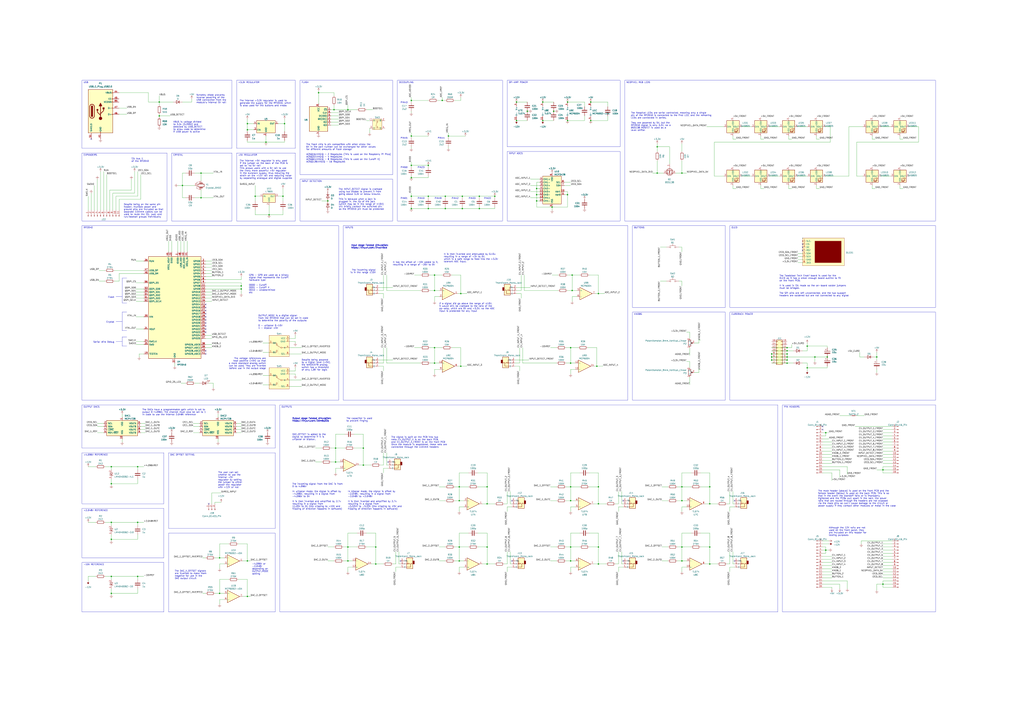
<source format=kicad_sch>
(kicad_sch (version 20230121) (generator eeschema)
  (paper "A1")
  (title_block (title "EuroPi X") (date "2023-04-23") (company "Allen Synthesis") (comment 1 "INCOMPLETE"))
  (junction (at 725.17 480.06))
  (junction (at 491.49 414.02))
  (junction (at 113.03 473.71))
  (junction (at 285.75 461.01))
  (junction (at 356.87 226.06))
  (junction (at 582.93 414.02))
  (junction (at 365.76 171.45))
  (junction (at 165.1 142.24))
  (junction (at 351.79 171.45))
  (junction (at 678.18 355.6))
  (junction (at 678.18 452.12))
  (junction (at 308.61 449.58))
  (junction (at 91.44 429.26))
  (junction (at 633.73 290.83))
  (junction (at 560.07 461.01))
  (junction (at 337.82 135.89))
  (junction (at 149.86 152.4))
  (junction (at 91.44 397.51))
  (junction (at 203.2 101.6))
  (junction (at 400.05 449.58))
  (junction (at 198.12 234.95))
  (junction (at 274.32 90.17))
  (junction (at 378.46 300.99))
  (junction (at 285.75 90.17))
  (junction (at 491.49 463.55))
  (junction (at 180.34 487.68))
  (junction (at 269.24 165.1))
  (junction (at 220.98 176.53))
  (junction (at 582.93 449.58))
  (junction (at 490.22 300.99))
  (junction (at 337.82 161.29))
  (junction (at 454.66 91.44))
  (junction (at 400.05 463.55))
  (junction (at 393.7 161.29))
  (junction (at 445.77 83.82))
  (junction (at 720.09 293.37))
  (junction (at 466.09 99.06))
  (junction (at 424.18 83.82))
  (junction (at 356.87 298.45))
  (junction (at 356.87 238.76))
  (junction (at 560.07 449.58))
  (junction (at 356.87 285.75))
  (junction (at 669.29 293.37))
  (junction (at 466.09 83.82))
  (junction (at 468.63 449.58))
  (junction (at 203.2 106.68))
  (junction (at 400.05 400.05))
  (junction (at 393.7 171.45))
  (junction (at 491.49 400.05))
  (junction (at 424.18 99.06))
  (junction (at 377.19 411.48))
  (junction (at 633.73 293.37))
  (junction (at 337.82 111.76))
  (junction (at 337.82 82.55))
  (junction (at 560.07 142.24))
  (junction (at 646.43 290.83))
  (junction (at 365.76 161.29))
  (junction (at 232.41 161.29))
  (junction (at 491.49 449.58))
  (junction (at 469.9 226.06))
  (junction (at 646.43 295.91))
  (junction (at 209.55 161.29))
  (junction (at 582.93 400.05))
  (junction (at 453.39 170.18))
  (junction (at 377.19 400.05))
  (junction (at 91.44 487.68))
  (junction (at 275.59 379.73))
  (junction (at 560.07 400.05))
  (junction (at 337.82 146.05))
  (junction (at 337.82 171.45))
  (junction (at 485.14 99.06))
  (junction (at 368.3 111.76))
  (junction (at 662.94 302.26))
  (junction (at 468.63 461.01))
  (junction (at 275.59 368.3))
  (junction (at 378.46 241.3))
  (junction (at 466.09 160.02))
  (junction (at 539.75 142.24))
  (junction (at 646.43 285.75))
  (junction (at 351.79 135.89))
  (junction (at 440.69 154.94))
  (junction (at 646.43 293.37))
  (junction (at 440.69 165.1))
  (junction (at 203.2 461.01))
  (junction (at 91.44 443.23))
  (junction (at 351.79 161.29))
  (junction (at 646.43 288.29))
  (junction (at 379.73 171.45))
  (junction (at 491.49 241.3))
  (junction (at 363.22 82.55))
  (junction (at 180.34 458.47))
  (junction (at 679.45 293.37))
  (junction (at 468.63 411.48))
  (junction (at 165.1 162.56))
  (junction (at 539.75 120.65))
  (junction (at 130.81 83.82))
  (junction (at 633.73 295.91))
  (junction (at 377.19 461.01))
  (junction (at 725.17 386.08))
  (junction (at 91.44 473.71))
  (junction (at 198.12 237.49))
  (junction (at 233.68 101.6))
  (junction (at 308.61 463.55))
  (junction (at 469.9 238.76))
  (junction (at 468.63 400.05))
  (junction (at 203.2 490.22))
  (junction (at 377.19 449.58))
  (junction (at 218.44 116.84))
  (junction (at 298.45 368.3))
  (junction (at 662.94 284.48))
  (junction (at 433.07 91.44))
  (junction (at 485.14 83.82))
  (junction (at 379.73 161.29))
  (junction (at 130.81 95.25))
  (junction (at 560.07 411.48))
  (junction (at 285.75 449.58))
  (junction (at 400.05 414.02))
  (junction (at 406.4 161.29))
  (junction (at 113.03 383.54))
  (junction (at 582.93 463.55))
  (junction (at 298.45 382.27))
  (junction (at 646.43 298.45))
  (junction (at 113.03 429.26))
  (junction (at 468.63 298.45))
  (junction (at 261.62 76.2))
  (junction (at 91.44 383.54))
  (junction (at 468.63 285.75))
  (junction (at 440.69 160.02))
  (junction (at 445.77 99.06))
  (no_connect (at 603.25 411.48))
  (no_connect (at 168.91 270.51))
  (no_connect (at 511.81 411.48))
  (no_connect (at 675.64 353.06))
  (no_connect (at 659.13 200.66))
  (no_connect (at 168.91 252.73))
  (no_connect (at 168.91 290.83))
  (no_connect (at 168.91 288.29))
  (no_connect (at 74.93 114.3))
  (no_connect (at 603.25 461.01))
  (no_connect (at 675.64 350.52))
  (no_connect (at 168.91 257.81))
  (no_connect (at 168.91 260.35))
  (no_connect (at 659.13 205.74))
  (no_connect (at 420.37 461.01))
  (no_connect (at 318.77 379.73))
  (no_connect (at 168.91 265.43))
  (no_connect (at 168.91 273.05))
  (no_connect (at 168.91 267.97))
  (no_connect (at 168.91 250.19))
  (no_connect (at 168.91 262.89))
  (no_connect (at 168.91 255.27))
  (no_connect (at 171.45 414.02))
  (no_connect (at 420.37 411.48))
  (no_connect (at 659.13 203.2))
  (no_connect (at 511.81 461.01))
  (no_connect (at 328.93 461.01))
  (wire (pts (xy 377.19 461.01) (xy 381 461.01)))
  (wire (pts (xy 725.17 381) (xy 732.79 381)))
  (wire (pts (xy 683.26 474.98) (xy 675.64 474.98)))
  (wire (pts (xy 678.18 358.14) (xy 678.18 355.6)))
  (wire (pts (xy 419.1 403.86) (xy 419.1 414.02)))
  (wire (pts (xy 203.2 97.79) (xy 203.2 101.6)))
  (wire (pts (xy 683.26 394.97) (xy 683.26 388.62)))
  (polyline (pts (xy 100.33 271.78) (xy 104.14 271.78)))
  (wire (pts (xy 680.72 444.5) (xy 675.64 444.5)))
  (wire (pts (xy 91.44 473.71) (xy 113.03 473.71)))
  (wire (pts (xy 247.65 317.5) (xy 237.49 317.5)))
  (wire (pts (xy 259.08 368.3) (xy 264.16 368.3)))
  (wire (pts (xy 113.03 439.42) (xy 113.03 443.23)))
  (wire (pts (xy 706.12 293.37) (xy 709.93 293.37)))
  (wire (pts (xy 491.49 414.02) (xy 497.84 414.02)))
  (wire (pts (xy 732.79 350.52) (xy 702.31 350.52)))
  (wire (pts (xy 148.59 314.96) (xy 152.4 314.96)))
  (wire (pts (xy 443.23 149.86) (xy 440.69 149.86)))
  (wire (pts (xy 510.54 463.55) (xy 511.81 463.55)))
  (wire (pts (xy 556.26 400.05) (xy 560.07 400.05)))
  (wire (pts (xy 392.43 388.62) (xy 400.05 388.62)))
  (wire (pts (xy 337.82 133.35) (xy 337.82 135.89)))
  (wire (pts (xy 365.76 161.29) (xy 365.76 162.56)))
  (wire (pts (xy 378.46 300.99) (xy 375.92 300.99)))
  (wire (pts (xy 725.17 482.6) (xy 732.79 482.6)))
  (wire (pts (xy 725.17 370.84) (xy 732.79 370.84)))
  (wire (pts (xy 655.32 215.9) (xy 659.13 215.9)))
  (wire (pts (xy 281.94 461.01) (xy 285.75 461.01)))
  (wire (pts (xy 275.59 368.3) (xy 283.21 368.3)))
  (wire (pts (xy 91.44 431.8) (xy 91.44 429.26)))
  (wire (pts (xy 510.54 414.02) (xy 511.81 414.02)))
  (wire (pts (xy 111.76 280.67) (xy 118.11 280.67)))
  (wire (pts (xy 110.49 140.97) (xy 110.49 158.75)))
  (wire (pts (xy 400.05 438.15) (xy 400.05 449.58)))
  (wire (pts (xy 80.01 350.52) (xy 85.09 350.52)))
  (wire (pts (xy 194.31 353.06) (xy 198.12 353.06)))
  (wire (pts (xy 440.69 160.02) (xy 443.23 160.02)))
  (wire (pts (xy 285.75 86.36) (xy 285.75 90.17)))
  (wire (pts (xy 632.46 144.78) (xy 640.08 144.78)))
  (wire (pts (xy 378.46 285.75) (xy 378.46 300.99)))
  (wire (pts (xy 180.34 463.55) (xy 180.34 467.36)))
  (wire (pts (xy 633.73 290.83) (xy 646.43 290.83)))
  (wire (pts (xy 337.82 80.01) (xy 337.82 82.55)))
  (wire (pts (xy 720.09 293.37) (xy 717.55 293.37)))
  (wire (pts (xy 384.81 388.62) (xy 377.19 388.62)))
  (wire (pts (xy 379.73 161.29) (xy 393.7 161.29)))
  (wire (pts (xy 490.22 285.75) (xy 490.22 300.99)))
  (wire (pts (xy 209.55 152.4) (xy 209.55 161.29)))
  (wire (pts (xy 689.61 386.08) (xy 675.64 386.08)))
  (wire (pts (xy 337.82 161.29) (xy 337.82 162.56)))
  (wire (pts (xy 370.84 226.06) (xy 378.46 226.06)))
  (wire (pts (xy 130.81 78.74) (xy 130.81 83.82)))
  (wire (pts (xy 435.61 157.48) (xy 443.23 157.48)))
  (wire (pts (xy 337.82 146.05) (xy 351.79 146.05)))
  (wire (pts (xy 91.44 386.08) (xy 91.44 383.54)))
  (wire (pts (xy 121.92 76.2) (xy 121.92 83.82)))
  (wire (pts (xy 543.56 400.05) (xy 548.64 400.05)))
  (wire (pts (xy 426.72 300.99) (xy 422.91 300.99)))
  (wire (pts (xy 720.09 293.37) (xy 720.09 295.91)))
  (wire (pts (xy 579.12 414.02) (xy 582.93 414.02)))
  (wire (pts (xy 427.99 241.3) (xy 424.18 241.3)))
  (wire (pts (xy 337.82 135.89) (xy 351.79 135.89)))
  (wire (pts (xy 725.17 353.06) (xy 732.79 353.06)))
  (wire (pts (xy 582.93 400.05) (xy 582.93 414.02)))
  (wire (pts (xy 368.3 109.22) (xy 368.3 111.76)))
  (wire (pts (xy 113.03 443.23) (xy 91.44 443.23)))
  (wire (pts (xy 74.93 158.75) (xy 74.93 172.72)))
  (wire (pts (xy 675.64 358.14) (xy 678.18 358.14)))
  (wire (pts (xy 373.38 449.58) (xy 377.19 449.58)))
  (wire (pts (xy 100.33 340.36) (xy 100.33 342.9)))
  (wire (pts (xy 285.75 466.09) (xy 289.56 466.09)))
  (wire (pts (xy 683.26 378.46) (xy 675.64 378.46)))
  (wire (pts (xy 703.58 116.84) (xy 703.58 144.78)))
  (wire (pts (xy 203.2 101.6) (xy 208.28 101.6)))
  (wire (pts (xy 80.01 147.32) (xy 80.01 172.72)))
  (wire (pts (xy 271.78 379.73) (xy 275.59 379.73)))
  (wire (pts (xy 80.01 347.98) (xy 85.09 347.98)))
  (wire (pts (xy 100.33 360.68) (xy 100.33 363.22)))
  (wire (pts (xy 233.68 101.6) (xy 233.68 107.95)))
  (wire (pts (xy 679.45 284.48) (xy 679.45 285.75)))
  (wire (pts (xy 115.57 353.06) (xy 119.38 353.06)))
  (wire (pts (xy 741.68 114.3) (xy 739.14 114.3)))
  (wire (pts (xy 480.06 99.06) (xy 466.09 99.06)))
  (wire (pts (xy 363.22 82.55) (xy 365.76 82.55)))
  (polyline (pts (xy 104.14 256.54) (xy 100.33 256.54)))
  (wire (pts (xy 392.43 438.15) (xy 400.05 438.15)))
  (wire (pts (xy 646.43 290.83) (xy 646.43 293.37)))
  (wire (pts (xy 632.46 104.14) (xy 640.08 104.14)))
  (wire (pts (xy 716.28 114.3) (xy 716.28 111.76)))
  (wire (pts (xy 609.6 104.14) (xy 617.22 104.14)))
  (wire (pts (xy 452.12 461.01) (xy 457.2 461.01)))
  (wire (pts (xy 647.7 154.94) (xy 647.7 152.4)))
  (wire (pts (xy 168.91 278.13) (xy 173.99 278.13)))
  (wire (pts (xy 424.18 83.82) (xy 433.07 83.82)))
  (wire (pts (xy 601.98 403.86) (xy 601.98 414.02)))
  (wire (pts (xy 560.07 400.05) (xy 560.07 411.48)))
  (wire (pts (xy 373.38 400.05) (xy 377.19 400.05)))
  (wire (pts (xy 195.58 476.25) (xy 203.2 476.25)))
  (wire (pts (xy 130.81 83.82) (xy 142.24 83.82)))
  (wire (pts (xy 377.19 411.48) (xy 381 411.48)))
  (wire (pts (xy 113.03 473.71) (xy 118.11 473.71)))
  (wire (pts (xy 337.82 144.78) (xy 337.82 146.05)))
  (wire (pts (xy 678.18 452.12) (xy 678.18 454.66)))
  (wire (pts (xy 91.44 393.7) (xy 91.44 397.51)))
  (wire (pts (xy 599.44 403.86) (xy 599.44 414.02)))
  (wire (pts (xy 689.61 392.43) (xy 689.61 386.08)))
  (wire (pts (xy 325.12 466.09) (xy 328.93 466.09)))
  (wire (pts (xy 378.46 80.01) (xy 378.46 82.55)))
  (wire (pts (xy 557.53 231.14) (xy 560.07 231.14)))
  (wire (pts (xy 574.04 306.07) (xy 570.23 306.07)))
  (wire (pts (xy 111.76 242.57) (xy 118.11 242.57)))
  (wire (pts (xy 609.6 144.78) (xy 617.22 144.78)))
  (wire (pts (xy 575.31 388.62) (xy 582.93 388.62)))
  (wire (pts (xy 440.69 154.94) (xy 443.23 154.94)))
  (wire (pts (xy 646.43 298.45) (xy 651.51 298.45)))
  (wire (pts (xy 739.14 114.3) (xy 739.14 111.76)))
  (wire (pts (xy 325.12 453.39) (xy 325.12 463.55)))
  (wire (pts (xy 445.77 83.82) (xy 454.66 83.82)))
  (wire (pts (xy 406.4 161.29) (xy 406.4 162.56)))
  (wire (pts (xy 377.19 438.15) (xy 377.19 449.58)))
  (wire (pts (xy 574.04 303.53) (xy 574.04 306.07)))
  (wire (pts (xy 601.98 463.55) (xy 603.25 463.55)))
  (wire (pts (xy 725.17 373.38) (xy 732.79 373.38)))
  (wire (pts (xy 681.99 104.14) (xy 678.18 104.14)))
  (wire (pts (xy 508 420.37) (xy 508 416.56)))
  (wire (pts (xy 353.06 285.75) (xy 356.87 285.75)))
  (wire (pts (xy 218.44 111.76) (xy 218.44 116.84)))
  (wire (pts (xy 379.73 161.29) (xy 379.73 162.56)))
  (wire (pts (xy 624.84 154.94) (xy 624.84 152.4)))
  (wire (pts (xy 87.63 143.51) (xy 87.63 172.72)))
  (wire (pts (xy 111.76 232.41) (xy 118.11 232.41)))
  (wire (pts (xy 237.49 280.67) (xy 242.57 280.67)))
  (wire (pts (xy 175.26 318.77) (xy 175.26 314.96)))
  (wire (pts (xy 476.25 438.15) (xy 468.63 438.15)))
  (wire (pts (xy 113.03 476.25) (xy 113.03 473.71)))
  (wire (pts (xy 557.53 203.2) (xy 560.07 203.2)))
  (wire (pts (xy 485.14 99.06) (xy 499.11 99.06)))
  (wire (pts (xy 669.29 297.18) (xy 669.29 293.37)))
  (wire (pts (xy 91.44 476.25) (xy 91.44 473.71)))
  (wire (pts (xy 208.28 106.68) (xy 203.2 106.68)))
  (wire (pts (xy 360.68 400.05) (xy 365.76 400.05)))
  (wire (pts (xy 680.72 355.6) (xy 678.18 355.6)))
  (wire (pts (xy 173.99 222.25) (xy 168.91 222.25)))
  (wire (pts (xy 483.87 226.06) (xy 491.49 226.06)))
  (wire (pts (xy 435.61 152.4) (xy 443.23 152.4)))
  (wire (pts (xy 314.96 372.11) (xy 314.96 382.27)))
  (wire (pts (xy 601.98 154.94) (xy 601.98 152.4)))
  (wire (pts (xy 115.57 143.51) (xy 115.57 163.83)))
  (wire (pts (xy 311.15 238.76) (xy 314.96 238.76)))
  (wire (pts (xy 560.07 469.9) (xy 560.07 466.09)))
  (wire (pts (xy 468.63 469.9) (xy 468.63 466.09)))
  (wire (pts (xy 311.15 298.45) (xy 314.96 298.45)))
  (wire (pts (xy 560.07 461.01) (xy 563.88 461.01)))
  (polyline (pts (xy 104.14 228.6) (xy 100.33 228.6)))
  (wire (pts (xy 487.68 414.02) (xy 491.49 414.02)))
  (wire (pts (xy 377.19 400.05) (xy 377.19 411.48)))
  (wire (pts (xy 298.45 382.27) (xy 304.8 382.27)))
  (wire (pts (xy 114.3 290.83) (xy 118.11 290.83)))
  (wire (pts (xy 426.72 285.75) (xy 426.72 298.45)))
  (wire (pts (xy 158.75 355.6) (xy 163.83 355.6)))
  (wire (pts (xy 220.98 176.53) (xy 220.98 168.91)))
  (wire (pts (xy 601.98 414.02) (xy 603.25 414.02)))
  (wire (pts (xy 720.09 289.56) (xy 720.09 293.37)))
  (wire (pts (xy 396.24 463.55) (xy 400.05 463.55)))
  (wire (pts (xy 275.59 388.62) (xy 275.59 384.81)))
  (wire (pts (xy 575.31 449.58) (xy 582.93 449.58)))
  (wire (pts (xy 416.56 466.09) (xy 420.37 466.09)))
  (wire (pts (xy 392.43 400.05) (xy 400.05 400.05)))
  (wire (pts (xy 97.79 93.98) (xy 104.14 93.98)))
  (wire (pts (xy 337.82 170.18) (xy 337.82 171.45)))
  (wire (pts (xy 215.9 308.61) (xy 220.98 308.61)))
  (wire (pts (xy 285.75 449.58) (xy 293.37 449.58)))
  (wire (pts (xy 683.26 381) (xy 675.64 381)))
  (wire (pts (xy 242.57 307.34) (xy 242.57 308.61)))
  (wire (pts (xy 111.76 214.63) (xy 118.11 214.63)))
  (wire (pts (xy 168.91 283.21) (xy 173.99 283.21)))
  (wire (pts (xy 491.49 388.62) (xy 491.49 400.05)))
  (wire (pts (xy 281.94 449.58) (xy 285.75 449.58)))
  (wire (pts (xy 356.87 226.06) (xy 363.22 226.06)))
  (wire (pts (xy 158.75 350.52) (xy 163.83 350.52)))
  (wire (pts (xy 378.46 82.55) (xy 373.38 82.55)))
  (wire (pts (xy 194.31 355.6) (xy 198.12 355.6)))
  (wire (pts (xy 203.2 461.01) (xy 199.39 461.01)))
  (wire (pts (xy 180.34 487.68) (xy 184.15 487.68)))
  (wire (pts (xy 754.38 116.84) (xy 703.58 116.84)))
  (wire (pts (xy 453.39 170.18) (xy 466.09 170.18)))
  (wire (pts (xy 718.82 154.94) (xy 716.28 154.94)))
  (wire (pts (xy 168.91 237.49) (xy 198.12 237.49)))
  (polyline (pts (xy 95.25 280.67) (xy 100.33 280.67)))
  (wire (pts (xy 725.17 462.28) (xy 732.79 462.28)))
  (wire (pts (xy 111.76 270.51) (xy 118.11 270.51)))
  (wire (pts (xy 179.07 360.68) (xy 179.07 363.22)))
  (polyline (pts (xy 95.25 264.16) (xy 100.33 264.16)))
  (wire (pts (xy 604.52 114.3) (xy 601.98 114.3)))
  (wire (pts (xy 368.3 111.76) (xy 382.27 111.76)))
  (wire (pts (xy 378.46 226.06) (xy 378.46 241.3)))
  (wire (pts (xy 275.59 368.3) (xy 275.59 379.73)))
  (wire (pts (xy 285.75 469.9) (xy 285.75 466.09)))
  (wire (pts (xy 113.03 383.54) (xy 118.11 383.54)))
  (wire (pts (xy 80.01 355.6) (xy 85.09 355.6)))
  (wire (pts (xy 400.05 388.62) (xy 400.05 400.05)))
  (wire (pts (xy 113.03 483.87) (xy 113.03 487.68)))
  (wire (pts (xy 725.17 447.04) (xy 732.79 447.04)))
  (wire (pts (xy 220.98 289.56) (xy 215.9 289.56)))
  (wire (pts (xy 452.12 285.75) (xy 457.2 285.75)))
  (wire (pts (xy 675.64 449.58) (xy 678.18 449.58)))
  (wire (pts (xy 308.61 463.55) (xy 314.96 463.55)))
  (wire (pts (xy 314.96 388.62) (xy 314.96 384.81)))
  (wire (pts (xy 491.49 241.3) (xy 488.95 241.3)))
  (wire (pts (xy 725.17 469.9) (xy 732.79 469.9)))
  (wire (pts (xy 560.07 449.58) (xy 567.69 449.58)))
  (wire (pts (xy 599.44 416.56) (xy 603.25 416.56)))
  (wire (pts (xy 683.26 464.82) (xy 675.64 464.82)))
  (wire (pts (xy 683.26 365.76) (xy 675.64 365.76)))
  (wire (pts (xy 351.79 161.29) (xy 351.79 162.56)))
  (wire (pts (xy 261.62 76.2) (xy 261.62 85.09)))
  (wire (pts (xy 725.17 368.3) (xy 732.79 368.3)))
  (wire (pts (xy 233.68 101.6) (xy 228.6 101.6)))
  (wire (pts (xy 175.26 314.96) (xy 171.45 314.96)))
  (wire (pts (xy 337.82 120.65) (xy 337.82 121.92)))
  (wire (pts (xy 111.76 245.11) (xy 118.11 245.11)))
  (wire (pts (xy 396.24 414.02) (xy 400.05 414.02)))
  (wire (pts (xy 92.71 158.75) (xy 110.49 158.75)))
  (wire (pts (xy 627.38 114.3) (xy 624.84 114.3)))
  (wire (pts (xy 683.26 483.87) (xy 683.26 482.6)))
  (wire (pts (xy 662.94 288.29) (xy 662.94 284.48)))
  (wire (pts (xy 542.29 231.14) (xy 547.37 231.14)))
  (wire (pts (xy 406.4 161.29) (xy 393.7 161.29)))
  (wire (pts (xy 560.07 449.58) (xy 560.07 461.01)))
  (wire (pts (xy 508 453.39) (xy 508 463.55)))
  (wire (pts (xy 567.69 388.62) (xy 560.07 388.62)))
  (wire (pts (xy 314.96 285.75) (xy 314.96 298.45)))
  (wire (pts (xy 115.57 347.98) (xy 119.38 347.98)))
  (wire (pts (xy 582.93 449.58) (xy 582.93 463.55)))
  (wire (pts (xy 469.9 247.65) (xy 469.9 243.84)))
  (wire (pts (xy 293.37 438.15) (xy 285.75 438.15)))
  (wire (pts (xy 111.76 237.49) (xy 118.11 237.49)))
  (polyline (pts (xy 100.33 248.92) (xy 104.14 248.92)))
  (wire (pts (xy 285.75 90.17) (xy 293.37 90.17)))
  (wire (pts (xy 114.3 290.83) (xy 114.3 293.37)))
  (wire (pts (xy 317.5 226.06) (xy 317.5 238.76)))
  (wire (pts (xy 560.07 231.14) (xy 560.07 234.95)))
  (wire (pts (xy 720.09 306.07) (xy 720.09 303.53)))
  (wire (pts (xy 392.43 449.58) (xy 400.05 449.58)))
  (wire (pts (xy 466.09 160.02) (xy 466.09 157.48)))
  (wire (pts (xy 673.1 114.3) (xy 670.56 114.3)))
  (wire (pts (xy 203.2 106.68) (xy 203.2 101.6)))
  (wire (pts (xy 180.34 458.47) (xy 184.15 458.47)))
  (wire (pts (xy 113.03 429.26) (xy 118.11 429.26)))
  (wire (pts (xy 113.03 393.7) (xy 113.03 397.51)))
  (wire (pts (xy 327.66 463.55) (xy 328.93 463.55)))
  (wire (pts (xy 633.73 293.37) (xy 646.43 293.37)))
  (wire (pts (xy 662.94 302.26) (xy 662.94 298.45)))
  (wire (pts (xy 703.58 144.78) (xy 708.66 144.78)))
  (wire (pts (xy 317.5 372.11) (xy 317.5 382.27)))
  (wire (pts (xy 485.14 83.82) (xy 499.11 83.82)))
  (wire (pts (xy 327.66 453.39) (xy 327.66 463.55)))
  (wire (pts (xy 725.17 472.44) (xy 732.79 472.44)))
  (wire (pts (xy 143.51 298.45) (xy 143.51 300.99)))
  (wire (pts (xy 113.03 431.8) (xy 113.03 429.26)))
  (wire (pts (xy 322.58 463.55) (xy 325.12 463.55)))
  (wire (pts (xy 340.36 285.75) (xy 345.44 285.75)))
  (wire (pts (xy 440.69 160.02) (xy 440.69 165.1)))
  (wire (pts (xy 353.06 238.76) (xy 356.87 238.76)))
  (wire (pts (xy 464.82 411.48) (xy 468.63 411.48)))
  (wire (pts (xy 365.76 161.29) (xy 379.73 161.29)))
  (wire (pts (xy 633.73 293.37) (xy 633.73 295.91)))
  (wire (pts (xy 624.84 114.3) (xy 624.84 111.76)))
  (wire (pts (xy 440.69 170.18) (xy 453.39 170.18)))
  (wire (pts (xy 586.74 144.78) (xy 594.36 144.78)))
  (wire (pts (xy 247.65 285.75) (xy 237.49 285.75)))
  (wire (pts (xy 440.69 149.86) (xy 440.69 154.94)))
  (wire (pts (xy 725.17 477.52) (xy 725.17 480.06)))
  (wire (pts (xy 314.96 384.81) (xy 318.77 384.81)))
  (wire (pts (xy 351.79 135.89) (xy 351.79 137.16)))
  (wire (pts (xy 416.56 453.39) (xy 416.56 463.55)))
  (wire (pts (xy 683.26 472.44) (xy 675.64 472.44)))
  (wire (pts (xy 91.44 473.71) (xy 86.36 473.71)))
  (wire (pts (xy 356.87 285.75) (xy 363.22 285.75)))
  (wire (pts (xy 378.46 241.3) (xy 375.92 241.3)))
  (wire (pts (xy 149.86 162.56) (xy 152.4 162.56)))
  (wire (pts (xy 377.19 466.09) (xy 381 466.09)))
  (wire (pts (xy 203.2 106.68) (xy 203.2 107.95)))
  (wire (pts (xy 601.98 453.39) (xy 601.98 463.55)))
  (wire (pts (xy 220.98 176.53) (xy 232.41 176.53)))
  (wire (pts (xy 187.96 447.04) (xy 180.34 447.04)))
  (wire (pts (xy 138.43 198.12) (xy 138.43 207.01)))
  (wire (pts (xy 90.17 172.72) (xy 90.17 156.21)))
  (wire (pts (xy 579.12 463.55) (xy 582.93 463.55)))
  (wire (pts (xy 633.73 290.83) (xy 633.73 293.37)))
  (wire (pts (xy 107.95 147.32) (xy 107.95 156.21)))
  (wire (pts (xy 560.07 203.2) (xy 560.07 207.01)))
  (wire (pts (xy 655.32 104.14) (xy 662.94 104.14)))
  (wire (pts (xy 353.06 226.06) (xy 356.87 226.06)))
  (wire (pts (xy 725.17 449.58) (xy 732.79 449.58)))
  (wire (pts (xy 377.19 449.58) (xy 377.19 461.01)))
  (wire (pts (xy 400.05 449.58) (xy 400.05 463.55)))
  (wire (pts (xy 278.13 102.87) (xy 271.78 102.87)))
  (wire (pts (xy 91.44 429.26) (xy 86.36 429.26)))
  (wire (pts (xy 233.68 116.84) (xy 233.68 115.57)))
  (wire (pts (xy 683.26 462.28) (xy 675.64 462.28)))
  (wire (pts (xy 203.2 116.84) (xy 218.44 116.84)))
  (wire (pts (xy 429.26 298.45) (xy 457.2 298.45)))
  (wire (pts (xy 356.87 298.45) (xy 360.68 298.45)))
  (wire (pts (xy 269.24 461.01) (xy 274.32 461.01)))
  (wire (pts (xy 373.38 411.48) (xy 377.19 411.48)))
  (wire (pts (xy 560.07 438.15) (xy 560.07 449.58)))
  (wire (pts (xy 232.41 176.53) (xy 232.41 172.72)))
  (wire (pts (xy 586.74 144.78) (xy 586.74 116.84)))
  (wire (pts (xy 97.79 231.14) (xy 93.98 231.14)))
  (wire (pts (xy 469.9 243.84) (xy 473.71 243.84)))
  (wire (pts (xy 650.24 285.75) (xy 650.24 283.21)))
  (wire (pts (xy 662.94 298.45) (xy 659.13 298.45)))
  (wire (pts (xy 725.17 477.52) (xy 732.79 477.52)))
  (wire (pts (xy 476.25 388.62) (xy 468.63 388.62)))
  (wire (pts (xy 351.79 170.18) (xy 351.79 171.45)))
  (wire (pts (xy 168.91 247.65) (xy 173.99 247.65)))
  (wire (pts (xy 113.03 487.68) (xy 91.44 487.68)))
  (wire (pts (xy 491.49 463.55) (xy 497.84 463.55)))
  (wire (pts (xy 689.61 341.63) (xy 698.5 341.63)))
  (wire (pts (xy 680.72 452.12) (xy 678.18 452.12)))
  (wire (pts (xy 556.26 461.01) (xy 560.07 461.01)))
  (wire (pts (xy 72.39 383.54) (xy 78.74 383.54)))
  (wire (pts (xy 213.36 161.29) (xy 209.55 161.29)))
  (wire (pts (xy 90.17 156.21) (xy 107.95 156.21)))
  (wire (pts (xy 697.23 144.78) (xy 697.23 104.14)))
  (wire (pts (xy 539.75 124.46) (xy 539.75 120.65)))
  (wire (pts (xy 187.96 476.25) (xy 180.34 476.25)))
  (wire (pts (xy 146.05 198.12) (xy 146.05 207.01)))
  (wire (pts (xy 575.31 400.05) (xy 582.93 400.05)))
  (wire (pts (xy 359.41 82.55) (xy 363.22 82.55)))
  (wire (pts (xy 566.42 292.1) (xy 566.42 285.75)))
  (wire (pts (xy 697.23 104.14) (xy 708.66 104.14)))
  (wire (pts (xy 683.26 375.92) (xy 675.64 375.92)))
  (wire (pts (xy 356.87 303.53) (xy 360.68 303.53)))
  (wire (pts (xy 198.12 237.49) (xy 198.12 241.3)))
  (wire (pts (xy 97.79 88.9) (xy 104.14 88.9)))
  (wire (pts (xy 483.87 449.58) (xy 491.49 449.58)))
  (wire (pts (xy 491.49 226.06) (xy 491.49 241.3)))
  (wire (pts (xy 725.17 459.74) (xy 732.79 459.74)))
  (wire (pts (xy 468.63 303.53) (xy 472.44 303.53)))
  (wire (pts (xy 360.68 411.48) (xy 365.76 411.48)))
  (wire (pts (xy 317.5 382.27) (xy 318.77 382.27)))
  (wire (pts (xy 560.07 466.09) (xy 563.88 466.09)))
  (wire (pts (xy 95.25 172.72) (xy 95.25 161.29)))
  (wire (pts (xy 368.3 111.76) (xy 368.3 113.03)))
  (wire (pts (xy 166.37 458.47) (xy 168.91 458.47)))
  (wire (pts (xy 709.93 341.63) (xy 703.58 341.63)))
  (wire (pts (xy 464.82 298.45) (xy 468.63 298.45)))
  (wire (pts (xy 209.55 165.1) (xy 209.55 161.29)))
  (wire (pts (xy 130.81 93.98) (xy 130.81 95.25)))
  (wire (pts (xy 72.39 429.26) (xy 78.74 429.26)))
  (wire (pts (xy 454.66 91.44) (xy 455.93 91.44)))
  (wire (pts (xy 97.79 224.79) (xy 97.79 231.14)))
  (wire (pts (xy 468.63 388.62) (xy 468.63 400.05)))
  (wire (pts (xy 633.73 288.29) (xy 646.43 288.29)))
  (wire (pts (xy 261.62 76.2) (xy 261.62 74.93)))
  (wire (pts (xy 278.13 92.71) (xy 271.78 92.71)))
  (wire (pts (xy 165.1 142.24) (xy 165.1 148.59)))
  (wire (pts (xy 337.82 135.89) (xy 337.82 137.16)))
  (wire (pts (xy 176.53 487.68) (xy 180.34 487.68)))
  (wire (pts (xy 582.93 463.55) (xy 589.28 463.55)))
  (wire (pts (xy 308.61 449.58) (xy 308.61 463.55)))
  (wire (pts (xy 435.61 162.56) (xy 443.23 162.56)))
  (wire (pts (xy 97.79 76.2) (xy 121.92 76.2)))
  (wire (pts (xy 725.17 360.68) (xy 732.79 360.68)))
  (wire (pts (xy 675.64 360.68) (xy 680.72 360.68)))
  (wire (pts (xy 247.65 290.83) (xy 237.49 290.83)))
  (wire (pts (xy 683.26 457.2) (xy 675.64 457.2)))
  (wire (pts (xy 468.63 438.15) (xy 468.63 449.58)))
  (wire (pts (xy 543.56 461.01) (xy 548.64 461.01)))
  (wire (pts (xy 647.7 114.3) (xy 647.7 111.76)))
  (wire (pts (xy 356.87 247.65) (xy 356.87 243.84)))
  (wire (pts (xy 483.87 400.05) (xy 491.49 400.05)))
  (wire (pts (xy 468.63 449.58) (xy 476.25 449.58)))
  (wire (pts (xy 560.07 411.48) (xy 563.88 411.48)))
  (wire (pts (xy 146.05 152.4) (xy 149.86 152.4)))
  (wire (pts (xy 469.9 226.06) (xy 476.25 226.06)))
  (wire (pts (xy 290.83 356.87) (xy 298.45 356.87)))
  (wire (pts (xy 97.79 172.72) (xy 97.79 163.83)))
  (wire (pts (xy 574.04 279.4) (xy 575.31 279.4)))
  (wire (pts (xy 463.55 160.02) (xy 466.09 160.02)))
  (polyline (pts (xy 100.33 256.54) (xy 100.33 271.78)))
  (wire (pts (xy 356.87 307.34) (xy 356.87 303.53)))
  (wire (pts (xy 429.26 285.75) (xy 429.26 298.45)))
  (wire (pts (xy 337.82 109.22) (xy 337.82 111.76)))
  (wire (pts (xy 464.82 461.01) (xy 468.63 461.01)))
  (wire (pts (xy 490.22 300.99) (xy 487.68 300.99)))
  (wire (pts (xy 508 469.9) (xy 508 466.09)))
  (wire (pts (xy 466.09 170.18) (xy 466.09 160.02)))
  (wire (pts (xy 566.42 316.23) (xy 566.42 309.88)))
  (wire (pts (xy 556.26 411.48) (xy 560.07 411.48)))
  (wire (pts (xy 725.17 388.62) (xy 732.79 388.62)))
  (wire (pts (xy 130.81 95.25) (xy 130.81 96.52)))
  (wire (pts (xy 582.93 438.15) (xy 582.93 449.58)))
  (wire (pts (xy 419.1 414.02) (xy 420.37 414.02)))
  (wire (pts (xy 160.02 142.24) (xy 165.1 142.24)))
  (wire (pts (xy 275.59 356.87) (xy 275.59 368.3)))
  (wire (pts (xy 121.92 83.82) (xy 130.81 83.82)))
  (wire (pts (xy 151.13 198.12) (xy 151.13 207.01)))
  (wire (pts (xy 544.83 142.24) (xy 539.75 142.24)))
  (wire (pts (xy 233.68 97.79) (xy 233.68 101.6)))
  (wire (pts (xy 360.68 461.01) (xy 365.76 461.01)))
  (wire (pts (xy 646.43 293.37) (xy 646.43 295.91)))
  (wire (pts (xy 393.7 171.45) (xy 379.73 171.45)))
  (wire (pts (xy 419.1 453.39) (xy 419.1 463.55)))
  (wire (pts (xy 464.82 285.75) (xy 468.63 285.75)))
  (wire (pts (xy 539.75 118.11) (xy 539.75 120.65)))
  (wire (pts (xy 198.12 232.41) (xy 198.12 234.95)))
  (wire (pts (xy 560.07 142.24) (xy 563.88 142.24)))
  (wire (pts (xy 599.44 469.9) (xy 599.44 466.09)))
  (wire (pts (xy 679.45 300.99) (xy 679.45 302.26)))
  (wire (pts (xy 574.04 279.4) (xy 574.04 281.94)))
  (wire (pts (xy 209.55 176.53) (xy 209.55 172.72)))
  (wire (pts (xy 539.75 142.24) (xy 539.75 132.08)))
  (wire (pts (xy 646.43 285.75) (xy 650.24 285.75)))
  (wire (pts (xy 499.11 87.63) (xy 499.11 83.82)))
  (wire (pts (xy 655.32 144.78) (xy 662.94 144.78)))
  (wire (pts (xy 683.26 482.6) (xy 675.64 482.6)))
  (wire (pts (xy 508 416.56) (xy 511.81 416.56)))
  (wire (pts (xy 311.15 295.91) (xy 322.58 295.91)))
  (wire (pts (xy 242.57 280.67) (xy 242.57 281.94)))
  (wire (pts (xy 377.19 469.9) (xy 377.19 466.09)))
  (wire (pts (xy 290.83 368.3) (xy 298.45 368.3)))
  (polyline (pts (xy 95.25 243.84) (xy 100.33 243.84)))
  (wire (pts (xy 278.13 100.33) (xy 271.78 100.33)))
  (wire (pts (xy 198.12 234.95) (xy 198.12 237.49)))
  (wire (pts (xy 351.79 144.78) (xy 351.79 146.05)))
  (wire (pts (xy 72.39 473.71) (xy 78.74 473.71)))
  (wire (pts (xy 317.5 298.45) (xy 345.44 298.45)))
  (wire (pts (xy 416.56 403.86) (xy 416.56 414.02)))
  (wire (pts (xy 176.53 458.47) (xy 180.34 458.47)))
  (wire (pts (xy 314.96 241.3) (xy 311.15 241.3)))
  (wire (pts (xy 596.9 463.55) (xy 599.44 463.55)))
  (wire (pts (xy 695.96 477.52) (xy 675.64 477.52)))
  (wire (pts (xy 314.96 300.99) (xy 311.15 300.99)))
  (wire (pts (xy 490.22 300.99) (xy 495.3 300.99)))
  (wire (pts (xy 650.24 114.3) (xy 647.7 114.3)))
  (wire (pts (xy 725.17 464.82) (xy 732.79 464.82)))
  (wire (pts (xy 373.38 461.01) (xy 377.19 461.01)))
  (wire (pts (xy 184.15 463.55) (xy 180.34 463.55)))
  (wire (pts (xy 464.82 400.05) (xy 468.63 400.05)))
  (wire (pts (xy 679.45 302.26) (xy 662.94 302.26)))
  (wire (pts (xy 427.99 245.11) (xy 427.99 241.3)))
  (wire (pts (xy 91.44 443.23) (xy 91.44 444.5)))
  (wire (pts (xy 650.24 154.94) (xy 647.7 154.94)))
  (wire (pts (xy 325.12 469.9) (xy 325.12 466.09)))
  (wire (pts (xy 430.53 238.76) (xy 458.47 238.76)))
  (wire (pts (xy 725.17 480.06) (xy 732.79 480.06)))
  (wire (pts (xy 491.49 438.15) (xy 491.49 449.58)))
  (wire (pts (xy 274.32 78.74) (xy 274.32 76.2)))
  (wire (pts (xy 725.17 474.98) (xy 732.79 474.98)))
  (wire (pts (xy 468.63 416.56) (xy 472.44 416.56)))
  (wire (pts (xy 203.2 447.04) (xy 203.2 461.01)))
  (wire (pts (xy 683.26 388.62) (xy 675.64 388.62)))
  (wire (pts (xy 158.75 347.98) (xy 163.83 347.98)))
  (wire (pts (xy 311.15 236.22) (xy 322.58 236.22)))
  (wire (pts (xy 695.96 383.54) (xy 675.64 383.54)))
  (wire (pts (xy 560.07 388.62) (xy 560.07 400.05)))
  (wire (pts (xy 508 466.09) (xy 511.81 466.09)))
  (wire (pts (xy 633.73 298.45) (xy 646.43 298.45)))
  (wire (pts (xy 689.61 483.87) (xy 689.61 480.06)))
  (wire (pts (xy 480.06 95.25) (xy 480.06 99.06)))
  (wire (pts (xy 351.79 171.45) (xy 365.76 171.45)))
  (wire (pts (xy 566.42 273.05) (xy 566.42 278.13)))
  (wire (pts (xy 505.46 463.55) (xy 508 463.55)))
  (wire (pts (xy 508 403.86) (xy 508 414.02)))
  (wire (pts (xy 314.96 245.11) (xy 314.96 241.3)))
  (wire (pts (xy 91.44 439.42) (xy 91.44 443.23)))
  (wire (pts (xy 483.87 388.62) (xy 491.49 388.62)))
  (wire (pts (xy 337.82 158.75) (xy 337.82 161.29)))
  (wire (pts (xy 510.54 453.39) (xy 510.54 463.55)))
  (wire (pts (xy 453.39 226.06) (xy 458.47 226.06)))
  (wire (pts (xy 406.4 170.18) (xy 406.4 171.45)))
  (wire (pts (xy 586.74 116.84) (xy 681.99 116.84)))
  (wire (pts (xy 669.29 293.37) (xy 679.45 293.37)))
  (wire (pts (xy 400.05 400.05) (xy 400.05 414.02)))
  (wire (pts (xy 720.09 480.06) (xy 720.09 485.14)))
  (wire (pts (xy 695.96 483.87) (xy 695.96 477.52)))
  (wire (pts (xy 416.56 416.56) (xy 420.37 416.56)))
  (wire (pts (xy 285.75 449.58) (xy 285.75 461.01)))
  (wire (pts (xy 491.49 400.05) (xy 491.49 414.02)))
  (wire (pts (xy 91.44 429.26) (xy 113.03 429.26)))
  (wire (pts (xy 739.14 154.94) (xy 739.14 152.4)))
  (wire (pts (xy 670.56 114.3) (xy 670.56 111.76)))
  (polyline (pts (xy 100.33 284.48) (xy 104.14 284.48)))
  (wire (pts (xy 168.91 275.59) (xy 173.99 275.59)))
  (wire (pts (xy 678.18 355.6) (xy 675.64 355.6)))
  (wire (pts (xy 725.17 363.22) (xy 732.79 363.22)))
  (wire (pts (xy 242.57 275.59) (xy 242.57 278.13)))
  (wire (pts (xy 723.9 104.14) (xy 731.52 104.14)))
  (wire (pts (xy 337.82 111.76) (xy 337.82 113.03)))
  (wire (pts (xy 463.55 149.86) (xy 468.63 149.86)))
  (wire (pts (xy 300.99 449.58) (xy 308.61 449.58)))
  (wire (pts (xy 113.03 397.51) (xy 91.44 397.51)))
  (wire (pts (xy 300.99 90.17) (xy 306.07 90.17)))
  (wire (pts (xy 360.68 449.58) (xy 365.76 449.58)))
  (wire (pts (xy 422.91 298.45) (xy 426.72 298.45)))
  (wire (pts (xy 173.99 240.03) (xy 168.91 240.03)))
  (wire (pts (xy 491.49 449.58) (xy 491.49 463.55)))
  (wire (pts (xy 363.22 80.01) (xy 363.22 82.55)))
  (wire (pts (xy 725.17 383.54) (xy 725.17 386.08)))
  (wire (pts (xy 242.57 304.8) (xy 237.49 304.8)))
  (wire (pts (xy 463.55 152.4) (xy 468.63 152.4)))
  (wire (pts (xy 575.31 438.15) (xy 582.93 438.15)))
  (wire (pts (xy 468.63 449.58) (xy 468.63 461.01)))
  (wire (pts (xy 706.12 289.56) (xy 706.12 293.37)))
  (wire (pts (xy 480.06 87.63) (xy 480.06 83.82)))
  (wire (pts (xy 393.7 170.18) (xy 393.7 171.45)))
  (wire (pts (xy 662.94 281.94) (xy 662.94 284.48)))
  (wire (pts (xy 543.56 449.58) (xy 548.64 449.58)))
  (wire (pts (xy 599.44 420.37) (xy 599.44 416.56)))
  (wire (pts (xy 468.63 400.05) (xy 476.25 400.05)))
  (wire (pts (xy 77.47 152.4) (xy 77.47 172.72)))
  (wire (pts (xy 180.34 476.25) (xy 180.34 487.68)))
  (wire (pts (xy 539.75 120.65) (xy 549.91 120.65)))
  (wire (pts (xy 148.59 198.12) (xy 148.59 207.01)))
  (wire (pts (xy 483.87 438.15) (xy 491.49 438.15)))
  (wire (pts (xy 356.87 238.76) (xy 356.87 226.06)))
  (wire (pts (xy 741.68 154.94) (xy 739.14 154.94)))
  (wire (pts (xy 365.76 171.45) (xy 379.73 171.45)))
  (wire (pts (xy 468.63 466.09) (xy 472.44 466.09)))
  (wire (pts (xy 732.79 444.5) (xy 707.39 444.5)))
  (wire (pts (xy 91.44 383.54) (xy 86.36 383.54)))
  (wire (pts (xy 113.03 140.97) (xy 113.03 161.29)))
  (wire (pts (xy 232.41 154.94) (xy 232.41 161.29)))
  (wire (pts (xy 337.82 111.76) (xy 351.79 111.76)))
  (wire (pts (xy 370.84 285.75) (xy 378.46 285.75)))
  (wire (pts (xy 393.7 171.45) (xy 406.4 171.45)))
  (wire (pts (xy 400.05 463.55) (xy 406.4 463.55)))
  (wire (pts (xy 659.13 288.29) (xy 662.94 288.29)))
  (wire (pts (xy 173.99 217.17) (xy 168.91 217.17)))
  (wire (pts (xy 181.61 405.13) (xy 173.99 405.13)))
  (wire (pts (xy 215.9 281.94) (xy 220.98 281.94)))
  (wire (pts (xy 424.18 238.76) (xy 427.99 238.76)))
  (wire (pts (xy 510.54 403.86) (xy 510.54 414.02)))
  (wire (pts (xy 452.12 449.58) (xy 457.2 449.58)))
  (wire (pts (xy 317.5 285.75) (xy 317.5 298.45)))
  (wire (pts (xy 220.98 316.23) (xy 215.9 316.23)))
  (wire (pts (xy 203.2 490.22) (xy 205.74 490.22)))
  (wire (pts (xy 655.32 210.82) (xy 659.13 210.82)))
  (wire (pts (xy 194.31 350.52) (xy 198.12 350.52)))
  (wire (pts (xy 168.91 232.41) (xy 198.12 232.41)))
  (wire (pts (xy 560.07 132.08) (xy 560.07 142.24)))
  (wire (pts (xy 157.48 81.28) (xy 157.48 83.82)))
  (wire (pts (xy 377.19 400.05) (xy 384.81 400.05)))
  (wire (pts (xy 228.6 161.29) (xy 232.41 161.29)))
  (wire (pts (xy 176.53 412.75) (xy 176.53 414.02)))
  (wire (pts (xy 377.19 420.37) (xy 377.19 416.56)))
  (wire (pts (xy 72.39 161.29) (xy 72.39 172.72)))
  (wire (pts (xy 160.02 162.56) (xy 165.1 162.56)))
  (wire (pts (xy 416.56 469.9) (xy 416.56 466.09)))
  (wire (pts (xy 582.93 414.02) (xy 589.28 414.02)))
  (wire (pts (xy 678.18 454.66) (xy 675.64 454.66)))
  (wire (pts (xy 505.46 414.02) (xy 508 414.02)))
  (wire (pts (xy 725.17 457.2) (xy 732.79 457.2)))
  (wire (pts (xy 560.07 118.11) (xy 560.07 124.46)))
  (wire (pts (xy 173.99 227.33) (xy 168.91 227.33)))
  (wire (pts (xy 466.09 226.06) (xy 469.9 226.06)))
  (wire (pts (xy 384.81 438.15) (xy 377.19 438.15)))
  (wire (pts (xy 173.99 214.63) (xy 168.91 214.63)))
  (wire (pts (xy 91.44 397.51) (xy 91.44 398.78)))
  (wire (pts (xy 725.17 480.06) (xy 725.17 482.6)))
  (wire (pts (xy 303.53 99.06) (xy 300.99 99.06)))
  (wire (pts (xy 368.3 120.65) (xy 368.3 121.92)))
  (wire (pts (xy 627.38 154.94) (xy 624.84 154.94)))
  (wire (pts (xy 274.32 86.36) (xy 274.32 90.17)))
  (wire (pts (xy 655.32 213.36) (xy 659.13 213.36)))
  (wire (pts (xy 599.44 466.09) (xy 603.25 466.09)))
  (wire (pts (xy 424.18 236.22) (xy 435.61 236.22)))
  (wire (pts (xy 274.32 76.2) (xy 261.62 76.2)))
  (wire (pts (xy 233.68 116.84) (xy 218.44 116.84)))
  (wire (pts (xy 433.07 91.44) (xy 434.34 91.44)))
  (wire (pts (xy 416.56 420.37) (xy 416.56 416.56)))
  (wire (pts (xy 422.91 295.91) (xy 434.34 295.91)))
  (polyline (pts (xy 104.14 276.86) (xy 100.33 276.86)))
  (wire (pts (xy 377.19 388.62) (xy 377.19 400.05)))
  (wire (pts (xy 298.45 368.3) (xy 298.45 382.27)))
  (wire (pts (xy 466.09 157.48) (xy 463.55 157.48)))
  (wire (pts (xy 160.02 152.4) (xy 149.86 152.4)))
  (wire (pts (xy 580.39 104.14) (xy 594.36 104.14)))
  (wire (pts (xy 312.42 382.27) (xy 314.96 382.27)))
  (wire (pts (xy 95.25 161.29) (xy 113.03 161.29)))
  (wire (pts (xy 165.1 162.56) (xy 165.1 156.21)))
  (wire (pts (xy 351.79 161.29) (xy 365.76 161.29)))
  (wire (pts (xy 633.73 285.75) (xy 646.43 285.75)))
  (wire (pts (xy 662.94 284.48) (xy 679.45 284.48)))
  (wire (pts (xy 468.63 400.05) (xy 468.63 411.48)))
  (wire (pts (xy 111.76 260.35) (xy 118.11 260.35)))
  (wire (pts (xy 337.82 161.29) (xy 351.79 161.29)))
  (wire (pts (xy 111.76 247.65) (xy 118.11 247.65)))
  (wire (pts (xy 542.29 203.2) (xy 547.37 203.2)))
  (wire (pts (xy 113.03 386.08) (xy 113.03 383.54)))
  (wire (pts (xy 646.43 288.29) (xy 651.51 288.29)))
  (wire (pts (xy 683.26 469.9) (xy 675.64 469.9)))
  (wire (pts (xy 111.76 240.03) (xy 118.11 240.03)))
  (wire (pts (xy 725.17 386.08) (xy 720.09 386.08)))
  (wire (pts (xy 560.07 416.56) (xy 563.88 416.56)))
  (wire (pts (xy 683.26 467.36) (xy 675.64 467.36)))
  (wire (pts (xy 582.93 388.62) (xy 582.93 400.05)))
  (wire (pts (xy 543.56 411.48) (xy 548.64 411.48)))
  (wire (pts (xy 469.9 238.76) (xy 469.9 226.06)))
  (wire (pts (xy 683.26 363.22) (xy 675.64 363.22)))
  (wire (pts (xy 468.63 285.75) (xy 474.98 285.75)))
  (polyline (pts (xy 100.33 228.6) (xy 100.33 248.92)))
  (wire (pts (xy 300.99 438.15) (xy 308.61 438.15)))
  (wire (pts (xy 356.87 238.76) (xy 360.68 238.76)))
  (wire (pts (xy 419.1 463.55) (xy 420.37 463.55)))
  (wire (pts (xy 203.2 116.84) (xy 203.2 115.57)))
  (wire (pts (xy 754.38 104.14) (xy 754.38 116.84)))
  (wire (pts (xy 168.91 234.95) (xy 198.12 234.95)))
  (wire (pts (xy 723.9 144.78) (xy 731.52 144.78)))
  (wire (pts (xy 259.08 379.73) (xy 264.16 379.73)))
  (wire (pts (xy 275.59 379.73) (xy 279.4 379.73)))
  (wire (pts (xy 633.73 295.91) (xy 646.43 295.91)))
  (wire (pts (xy 165.1 142.24) (xy 175.26 142.24)))
  (wire (pts (xy 91.44 487.68) (xy 91.44 488.95)))
  (wire (pts (xy 356.87 243.84) (xy 360.68 243.84)))
  (wire (pts (xy 725.17 386.08) (xy 725.17 388.62)))
  (wire (pts (xy 269.24 449.58) (xy 274.32 449.58)))
  (wire (pts (xy 746.76 104.14) (xy 754.38 104.14)))
  (wire (pts (xy 168.91 229.87) (xy 198.12 229.87)))
  (wire (pts (xy 655.32 208.28) (xy 659.13 208.28)))
  (wire (pts (xy 599.44 453.39) (xy 599.44 463.55)))
  (wire (pts (xy 173.99 219.71) (xy 168.91 219.71)))
  (wire (pts (xy 130.81 95.25) (xy 139.7 95.25)))
  (wire (pts (xy 232.41 165.1) (xy 232.41 161.29)))
  (wire (pts (xy 140.97 198.12) (xy 140.97 207.01)))
  (wire (pts (xy 440.69 154.94) (xy 440.69 160.02)))
  (wire (pts (xy 453.39 172.72) (xy 453.39 170.18)))
  (wire (pts (xy 247.65 312.42) (xy 237.49 312.42)))
  (wire (pts (xy 203.2 490.22) (xy 199.39 490.22)))
  (wire (pts (xy 298.45 356.87) (xy 298.45 368.3)))
  (wire (pts (xy 424.18 99.06) (xy 433.07 99.06)))
  (wire (pts (xy 269.24 165.1) (xy 264.16 165.1)))
  (wire (pts (xy 198.12 227.33) (xy 198.12 229.87)))
  (wire (pts (xy 153.67 198.12) (xy 153.67 207.01)))
  (wire (pts (xy 340.36 226.06) (xy 345.44 226.06)))
  (wire (pts (xy 173.99 405.13) (xy 173.99 414.02)))
  (wire (pts (xy 91.44 383.54) (xy 113.03 383.54)))
  (wire (pts (xy 414.02 414.02) (xy 416.56 414.02)))
  (wire (pts (xy 469.9 238.76) (xy 473.71 238.76)))
  (wire (pts (xy 365.76 170.18) (xy 365.76 171.45)))
  (wire (pts (xy 440.69 165.1) (xy 440.69 170.18)))
  (wire (pts (xy 337.82 91.44) (xy 337.82 92.71)))
  (wire (pts (xy 427.99 226.06) (xy 427.99 238.76)))
  (wire (pts (xy 97.79 224.79) (xy 118.11 224.79)))
  (wire (pts (xy 203.2 476.25) (xy 203.2 490.22)))
  (wire (pts (xy 718.82 114.3) (xy 716.28 114.3)))
  (wire (pts (xy 149.86 83.82) (xy 157.48 83.82)))
  (wire (pts (xy 378.46 241.3) (xy 383.54 241.3)))
  (wire (pts (xy 337.82 82.55) (xy 351.79 82.55)))
  (wire (pts (xy 337.82 82.55) (xy 337.82 83.82)))
  (wire (pts (xy 93.98 222.25) (xy 118.11 222.25)))
  (wire (pts (xy 337.82 171.45) (xy 351.79 171.45)))
  (wire (pts (xy 683.26 368.3) (xy 675.64 368.3)))
  (wire (pts (xy 353.06 298.45) (xy 356.87 298.45)))
  (wire (pts (xy 725.17 383.54) (xy 732.79 383.54)))
  (wire (pts (xy 168.91 245.11) (xy 173.99 245.11)))
  (wire (pts (xy 294.64 382.27) (xy 298.45 382.27)))
  (wire (pts (xy 707.39 444.5) (xy 707.39 447.04)))
  (wire (pts (xy 149.86 152.4) (xy 149.86 142.24)))
  (wire (pts (xy 242.57 278.13) (xy 237.49 278.13)))
  (wire (pts (xy 92.71 172.72) (xy 92.71 158.75)))
  (wire (pts (xy 716.28 154.94) (xy 716.28 152.4)))
  (wire (pts (xy 725.17 365.76) (xy 732.79 365.76)))
  (wire (pts (xy 662.94 304.8) (xy 662.94 302.26)))
  (wire (pts (xy 160.02 314.96) (xy 163.83 314.96)))
  (wire (pts (xy 377.19 416.56) (xy 381 416.56)))
  (wire (pts (xy 356.87 298.45) (xy 356.87 285.75)))
  (wire (pts (xy 176.53 412.75) (xy 181.61 412.75)))
  (wire (pts (xy 111.76 283.21) (xy 118.11 283.21)))
  (wire (pts (xy 725.17 454.66) (xy 732.79 454.66)))
  (wire (pts (xy 209.55 176.53) (xy 220.98 176.53)))
  (wire (pts (xy 304.8 463.55) (xy 308.61 463.55)))
  (wire (pts (xy 440.69 165.1) (xy 443.23 165.1)))
  (wire (pts (xy 81.28 222.25) (xy 86.36 222.25)))
  (wire (pts (xy 242.57 302.26) (xy 242.57 304.8)))
  (wire (pts (xy 678.18 144.78) (xy 697.23 144.78)))
  (wire (pts (xy 378.46 300.99) (xy 383.54 300.99)))
  (wire (pts (xy 491.49 241.3) (xy 496.57 241.3)))
  (wire (pts (xy 149.86 142.24) (xy 152.4 142.24)))
  (wire (pts (xy 596.9 414.02) (xy 599.44 414.02)))
  (wire (pts (xy 166.37 487.68) (xy 168.91 487.68)))
  (wire (pts (xy 180.34 447.04) (xy 180.34 458.47)))
  (wire (pts (xy 695.96 389.89) (xy 695.96 383.54)))
  (wire (pts (xy 115.57 355.6) (xy 119.38 355.6)))
  (wire (pts (xy 393.7 161.29) (xy 393.7 162.56)))
  (wire (pts (xy 725.17 467.36) (xy 732.79 467.36)))
  (wire (pts (xy 274.32 90.17) (xy 285.75 90.17)))
  (wire (pts (xy 567.69 438.15) (xy 560.07 438.15)))
  (wire (pts (xy 675.64 452.12) (xy 678.18 452.12)))
  (wire (pts (xy 681.99 116.84) (xy 681.99 104.14)))
  (wire (pts (xy 468.63 298.45) (xy 472.44 298.45)))
  (wire (pts (xy 194.31 347.98) (xy 198.12 347.98)))
  (wire (pts (xy 82.55 140.97) (xy 82.55 172.72)))
  (wire (pts (xy 435.61 147.32) (xy 443.23 147.32)))
  (wire (pts (xy 275.59 384.81) (xy 279.4 384.81)))
  (wire (pts (xy 464.82 449.58) (xy 468.63 449.58)))
  (wire (pts (xy 468.63 461.01) (xy 472.44 461.01)))
  (wire (pts (xy 115.57 350.52) (xy 119.38 350.52)))
  (wire (pts (xy 683.26 373.38) (xy 675.64 373.38)))
  (wire (pts (xy 91.44 483.87) (xy 91.44 487.68)))
  (wire (pts (xy 184.15 492.76) (xy 180.34 492.76)))
  (wire (pts (xy 314.96 226.06) (xy 314.96 238.76)))
  (wire (pts (xy 466.09 238.76) (xy 469.9 238.76)))
  (wire (pts (xy 574.04 303.53) (xy 575.31 303.53)))
  (wire (pts (xy 560.07 420.37) (xy 560.07 416.56)))
  (wire (pts (xy 379.73 171.45) (xy 379.73 170.18)))
  (polyline (pts (xy 100.33 276.86) (xy 100.33 284.48)))
  (wire (pts (xy 377.19 449.58) (xy 384.81 449.58)))
  (wire (pts (xy 285.75 461.01) (xy 289.56 461.01)))
  (wire (pts (xy 308.61 438.15) (xy 308.61 449.58)))
  (wire (pts (xy 725.17 375.92) (xy 732.79 375.92)))
  (wire (pts (xy 278.13 97.79) (xy 271.78 97.79)))
  (wire (pts (xy 535.94 142.24) (xy 539.75 142.24)))
  (wire (pts (xy 97.79 163.83) (xy 115.57 163.83)))
  (wire (pts (xy 468.63 298.45) (xy 468.63 285.75)))
  (wire (pts (xy 725.17 358.14) (xy 732.79 358.14)))
  (wire (pts (xy 195.58 447.04) (xy 203.2 447.04)))
  (wire (pts (xy 180.34 492.76) (xy 180.34 496.57)))
  (wire (pts (xy 560.07 400.05) (xy 567.69 400.05)))
  (wire (pts (xy 274.32 90.17) (xy 271.78 90.17)))
  (wire (pts (xy 563.88 273.05) (xy 566.42 273.05)))
  (wire (pts (xy 468.63 420.37) (xy 468.63 416.56)))
  (wire (pts (xy 669.29 293.37) (xy 646.43 293.37)))
  (wire (pts (xy 680.72 447.04) (xy 675.64 447.04)))
  (wire (pts (xy 452.12 400.05) (xy 457.2 400.05)))
  (wire (pts (xy 317.5 238.76) (xy 345.44 238.76)))
  (wire (pts (xy 683.26 370.84) (xy 675.64 370.84)))
  (wire (pts (xy 414.02 463.55) (xy 416.56 463.55)))
  (wire (pts (xy 683.26 459.74) (xy 675.64 459.74)))
  (wire (pts (xy 81.28 231.14) (xy 86.36 231.14)))
  (wire (pts (xy 574.04 281.94) (xy 570.23 281.94)))
  (wire (pts (xy 601.98 114.3) (xy 601.98 111.76)))
  (wire (pts (xy 445.77 99.06) (xy 454.66 99.06)))
  (wire (pts (xy 426.72 304.8) (xy 426.72 300.99)))
  (wire (pts (xy 689.61 480.06) (xy 675.64 480.06)))
  (wire (pts (xy 400.05 414.02) (xy 406.4 414.02)))
  (wire (pts (xy 179.07 340.36) (xy 179.07 342.9)))
  (wire (pts (xy 725.17 386.08) (xy 732.79 386.08)))
  (wire (pts (xy 168.91 285.75) (xy 173.99 285.75)))
  (wire (pts (xy 563.88 297.18) (xy 566.42 297.18)))
  (wire (pts (xy 72.39 477.52) (xy 72.39 473.71)))
  (wire (pts (xy 430.53 226.06) (xy 430.53 238.76)))
  (wire (pts (xy 678.18 449.58) (xy 678.18 452.12)))
  (wire (pts (xy 725.17 378.46) (xy 732.79 378.46)))
  (wire (pts (xy 554.99 142.24) (xy 560.07 142.24)))
  (wire (pts (xy 173.99 224.79) (xy 168.91 224.79)))
  (wire (pts (xy 556.26 449.58) (xy 560.07 449.58)))
  (wire (pts (xy 468.63 411.48) (xy 472.44 411.48)))
  (wire (pts (xy 604.52 154.94) (xy 601.98 154.94)))
  (wire (pts (xy 203.2 461.01) (xy 205.74 461.01)))
  (wire (pts (xy 725.17 355.6) (xy 732.79 355.6)))
  (wire (pts (xy 237.49 307.34) (xy 242.57 307.34)))
  (wire (pts (xy 314.96 304.8) (xy 314.96 300.99)))
  (wire (pts (xy 283.21 356.87) (xy 275.59 356.87)))
  (wire (pts (xy 303.53 109.22) (xy 303.53 105.41)))
  (wire (pts (xy 278.13 95.25) (xy 271.78 95.25)))
  (wire (pts (xy 271.78 368.3) (xy 275.59 368.3)))
  (wire (pts (xy 452.12 411.48) (xy 457.2 411.48)))
  (wire (pts (xy 168.91 242.57) (xy 173.99 242.57)))
  (wire (pts (xy 482.6 285.75) (xy 490.22 285.75)))
  (wire (pts (xy 725.17 452.12) (xy 732.79 452.12)))
  (wire (pts (xy 487.68 463.55) (xy 491.49 463.55)))
  (wire (pts (xy 566.42 297.18) (xy 566.42 302.26)))
  (wire (pts (xy 165.1 162.56) (xy 175.26 162.56)))
  (wire (pts (xy 85.09 140.97) (xy 85.09 172.72)))
  (wire (pts (xy 480.06 83.82) (xy 466.09 83.82)))
  (wire (pts (xy 725.17 480.06) (xy 720.09 480.06)))
  (wire (pts (xy 670.56 154.94) (xy 670.56 152.4)))
  (wire (pts (xy 673.1 154.94) (xy 670.56 154.94)))
  (wire (pts (xy 149.86 152.4) (xy 149.86 162.56)))
  (wire (pts (xy 468.63 307.34) (xy 468.63 303.53)))
  (wire (pts (xy 549.91 120.65) (xy 549.91 134.62)))
  (wire (pts (xy 499.11 95.25) (xy 499.11 99.06)))
  (wire (pts (xy 285.75 438.15) (xy 285.75 449.58)))
  (wire (pts (xy 130.81 83.82) (xy 130.81 86.36)))
  (rectangle (start 513.08 66.04) (end 768.35 181.61))
  (rectangle (start 281.94 185.42) (end 515.62 328.93))
  (rectangle (start 416.56 66.04) (end 509.27 120.65))
  (rectangle (start 246.38 147.32) (end 322.58 181.61))
  (rectangle (start 599.44 256.54) (end 768.35 328.93))
  (rectangle (start 194.31 125.73) (end 242.57 181.61))
  (rectangle (start 67.31 125.73) (end 137.16 181.61))
  (rectangle (start 326.39 66.04) (end 412.75 181.61))
  (rectangle (start 194.31 66.04) (end 242.57 121.92))
  (rectangle (start 246.38 66.04) (end 322.58 143.51))
  (rectangle (start 519.43 256.54) (end 595.63 328.93))
  (rectangle (start 599.44 185.42) (end 768.35 252.73))
  (rectangle (start 140.97 125.73) (end 190.5 181.61))
  (rectangle (start 67.31 462.28) (end 134.62 502.92))
  (rectangle (start 67.31 185.42) (end 278.13 328.93))
  (rectangle (start 67.31 332.74) (end 226.06 368.3))
  (rectangle (start 67.31 417.83) (end 134.62 458.47))
  (rectangle (start 138.43 438.15) (end 226.06 502.92))
  (rectangle (start 138.43 372.11) (end 226.06 434.34))
  (rectangle (start 519.43 185.42) (end 595.63 252.73))
  (rectangle (start 67.31 372.11) (end 134.62 414.02))
  (rectangle (start 642.62 332.74) (end 768.35 502.92))
  (rectangle (start 229.87 332.74) (end 638.81 502.92))
  (rectangle (start 416.56 124.46) (end 509.27 181.61))
  (rectangle (start 67.31 66.04) (end 190.5 121.92))
  (text "OP-AMP POWER" (at 417.83 68.58 0) (effects (font (size 1.27 1.27)) (justify left bottom)))
  (text "+5V REGULATOR" (at 195.58 128.27 0) (effects (font (size 1.27 1.27)) (justify left bottom)))
  (text "DAC OFFSET SETTING" (at 139.7 374.65 0) (effects (font (size 1.27 1.27)) (justify left bottom)))
  (text "DAC_OFFSET is added to the\nsignal to determine if it is\nunipolar or bipolar." (at 240.03 361.95 0) (effects (font (size 1.27 1.27)) (justify left bottom)))
  (text "Crystal" (at 93.98 265.43 0) (effects (font (size 1.27 1.27)) (justify right bottom)))
  (text "The INPUT_DETECT signal is clamped\nusing two diodes to prevent it from\ngoing above 3.3V or below Ground.\n\nThis is because when a jack is\nplugged in, the tip of the jack\n(which may be in the range of ±10V)\nwill briefly contact the switched pin,\nso the RP2040 pin must be protected" (at 278.13 172.72 0) (effects (font (size 1.27 1.27)) (justify left bottom)))
  (text "The DAC_X_OFFSET signals\nare inverted to make them\nnegative for use in the\nDAC output circuit" (at 143.51 476.25 0) (effects (font (size 1.27 1.27)) (justify left bottom)))
  (text "OUTPUT_MODE is a digital signal\nfrom the RP2040 that can be set in code\nto determine the polarity of the outputs:\n\n0 - unipolar 0-10V\n1 - bipolar ±5V" (at 212.09 270.51 0) (effects (font (size 1.27 1.27)) (justify left bottom)))
  (text "PIN45" (at 328.93 114.3 0) (effects (font (size 1.27 1.27)) (justify left bottom)))
  (text "PIN44" (at 359.41 114.3 0) (effects (font (size 1.27 1.27)) (justify left bottom)))
  (text "+3.3V REGULATOR" (at 195.58 68.58 0) (effects (font (size 1.27 1.27)) (justify left bottom)))
  (text "The internal +3.3V regulator is used to\ngenerate the supply for the RP2040, which\nis also used for the buttons and knobs" (at 196.85 87.63 0) (effects (font (size 1.27 1.27)) (justify left bottom)))
  (text "\nIn bipolar mode, the signal is offset by\n-2.048V, resulting in a signal from\n-2.048V to +2.048V\n\nIt is then inverted and amplified by 2.7x\nresulting in a signal from\n+5.53VV to -5.53V (the clipping to ±5V and \nflipping of direction happens in software)" (at 285.75 419.1 0) (effects (font (size 1.27 1.27)) (justify left bottom)))
  (text "USB" (at 68.58 68.58 0) (effects (font (size 1.27 1.27)) (justify left bottom)))
  (text "PIN50" (at 328.93 138.43 0) (effects (font (size 1.27 1.27)) (justify left bottom)))
  (text "GP6 - GP9 are used as a binary\nsignal that represents the EuroPi\nhardware type\n\n0000 - EuroPi\n0001 - EuroPi X\n0010 - Undetermined\netc" (at 204.47 241.3 0) (effects (font (size 1.27 1.27)) (justify left bottom)))
  (text "INPUT ADCS\n" (at 417.83 127 0) (effects (font (size 1.27 1.27)) (justify left bottom)))
  (text "The signal is split on the PCB into two\nnets: CV_OUTPUT_X is on the back PCB,\nand CV_OUTPUT_X_FRONT is on the front PCB\nOnce the module is assembled, these nets are\nconnected through the 2.54mm headers" (at 321.31 368.3 0) (effects (font (size 1.27 1.27)) (justify left bottom)))
  (text "The male header (above) is used on the front PCB and the \nfemale header (below) is used on the back PCB. This is so\nthat in the event the standoff fails or is improperly\ntightened and the PCBs pull apart in the rack, the power\nrails that are routed through the headers are not exposed \nvia the male pins so can't cause damage to the circuit or\npower supply if they contact other modules or metal in the case" (at 671.83 416.56 0) (effects (font (size 1.27 1.27)) (justify left bottom)))
  (text "+2.048V REFERENCE" (at 68.58 420.37 0) (effects (font (size 1.27 1.27)) (justify left bottom)))
  (text "RP2040" (at 68.58 187.96 0) (effects (font (size 1.27 1.27)) (justify left bottom)))
  (text "The user can set\nwhether to use the\ninternal +5V\nregulator by setting\nthe jumper to either\npower the regulator\nwith +12V or not" (at 179.07 401.32 0) (effects (font (size 1.27 1.27)) (justify left bottom)))
  (text "INPUTS" (at 283.21 187.96 0) (effects (font (size 1.27 1.27)) (justify left bottom)))
  (text "The internal +5V regulator is only used\nif the jumper on the back of the PCB is\nset to 'no 5V rail'\nThis allows users with a 5V rail to use\nthe likely more powerful +5V regulator\nin the eurorack supply, thus reducing the\nstrain on the +12V rail and reducing noise\nby separating analogue and digital supplies\n" (at 196.85 147.32 0) (effects (font (size 1.27 1.27)) (justify left bottom)))
  (text "PIN22" (at 397.51 163.83 0) (effects (font (size 1.27 1.27)) (justify left bottom)))
  (text "PIN49" (at 356.87 163.83 0) (effects (font (size 1.27 1.27)) (justify left bottom)))
  (text "The incoming signal from the DAC is from\n0 to 4.096V\n\nIn unipolar mode, the signal is offset by\n-4.096V, resulting in a signal from\n-4.096V to 0V\n\nIt is then inverted and amplified by 2.7x\nresulting in a signal from\n11.05V to 0V (the clipping to +10V and \nflipping of direction happens in software)" (at 240.03 419.1 0) (effects (font (size 1.27 1.27)) (justify left bottom)))
  (text "INPUT DETECTION" (at 247.65 149.86 0) (effects (font (size 1.27 1.27)) (justify left bottom)))
  (text "\n\n\n\n\n\nIf a signal did go above the range of ±10V,\nit would still be clamped to the rails of the\nop-amp, which are 0V and +3.3V, so the ADC	\ninput is protected for any input" (at 360.68 256.54 0) (effects (font (size 1.27 1.27)) (justify left bottom)))
  (text "It has the offset of -10V added to it,\nresulting in a range of -20V to 0V" (at 322.58 218.44 0) (effects (font (size 1.27 1.27)) (justify left bottom)))
  (text "FLASH" (at 247.65 68.58 0) (effects (font (size 1.27 1.27)) (justify left bottom)))
  (text "PIN43" (at 328.93 85.09 0) (effects (font (size 1.27 1.27)) (justify left bottom)))
  (text "PIN42" (at 370.84 163.83 0) (effects (font (size 1.27 1.27)) (justify left bottom)))
  (text "PIN33" (at 384.81 163.83 0) (effects (font (size 1.27 1.27)) (justify left bottom)))
  (text "DECOUPLING" (at 327.66 68.58 0) (effects (font (size 1.27 1.27)) (justify left bottom)))
  (text "KNOBS" (at 520.7 259.08 0) (effects (font (size 1.27 1.27)) (justify left bottom)))
  (text "Flash\n" (at 93.98 245.11 0) (effects (font (size 1.27 1.27)) (justify right bottom)))
  (text "OUTPUT DACS" (at 68.58 335.28 0) (effects (font (size 1.27 1.27)) (justify left bottom)))
  (text "The capacitor is used\nto prevent ringing" (at 284.48 346.71 0) (effects (font (size 1.27 1.27)) (justify left bottom)))
  (text "-10V REFERENCE" (at 68.58 464.82 0) (effects (font (size 1.27 1.27)) (justify left bottom)))
  (text "Schottky diode prevents\nreverse powering of the\nUSB connection from the\nmodule's internal 5V rail" (at 161.29 85.09 0) (effects (font (size 1.27 1.27)) (justify left bottom)))
  (text "Despite being powered\nby a higher level (+5V),\nthe WAS3157B analog\nswitch has a threshold\nof only 1.8V for logic" (at 247.65 304.8 0) (effects (font (size 1.27 1.27)) (justify left bottom)))
  (text "Despite being on the same pin\nheader, multiple power and\nground pins are included so that\nseparate 2.54mm cables can be\nused to route the i2c, swd, and\nrun/bootsel groups individually" (at 101.6 179.07 0) (effects (font (size 1.27 1.27)) (justify left bottom)))
  (text "PIN01" (at 328.93 163.83 0) (effects (font (size 1.27 1.27)) (justify left bottom)))
  (text "The voltage references are\nkept positive (>0V) so that\na more standard analog switch\ncan be used. They are inverted\nbefore use in the output stage" (at 218.44 303.53 0) (effects (font (size 1.27 1.27)) (justify right bottom)))
  (text "The flash chip is pin compatible with other sizes; the\n64 in the part number can be exchanged for other values\nfor different amounts of flash storage\n\nW25Q16JVXGIQ - 2 Megabytes (This is used on the Raspberry Pi Pico)\nW25Q32JVXGIQ - 4 Megabytes\nW25Q64JVXGIQ - 8 Megabytes (This is used on the EuroPi X)\nW25Q128JVXGIQ - 16 Megabytes\n\n" (at 251.46 135.89 0) (effects (font (size 1.27 1.27)) (justify left bottom)))
  (text "NEOPIXEL RGB LEDS" (at 514.35 68.58 0) (effects (font (size 1.27 1.27)) (justify left bottom)))
  (text "Output stage Falstad simulation:\nhttps://tinyurl.com/2dm6q32a" (at 240.03 346.71 0) (effects (font (size 1.27 1.27) (thickness 0.254) bold) (justify left bottom)))
  (text "It is then inverted and attenuated by 0.15x\nresulting in a range of +3V to 0V,\nwhich is a safe range to feed into the +3.3V\ntolerant ADC input." (at 364.49 215.9 0) (effects (font (size 1.27 1.27)) (justify left bottom)))
  (text "EURORACK POWER" (at 600.71 259.08 0) (effects (font (size 1.27 1.27)) (justify left bottom)))
  (text "The DACs have a programmable gain which is set to\noutput 0-4.096V. The channel must also be set to 1\nin code to use the internal 2.048V reference" (at 116.84 341.63 0) (effects (font (size 1.27 1.27)) (justify left bottom)))
  (text "i2c bus 1\nof the RP2040" (at 107.95 133.35 0) (effects (font (size 1.27 1.27)) (justify left bottom)))
  (text "Input stage Falstad simulation:\nhttps://tinyurl.com/24wc45cd" (at 288.29 204.47 0) (effects (font (size 1.27 1.27) (thickness 0.254) bold) (justify left bottom)))
  (text "BUTTONS\n" (at 520.7 187.96 0) (effects (font (size 1.27 1.27)) (justify left bottom)))
  (text "Serial Wire Debug" (at 93.98 281.94 0) (effects (font (size 1.27 1.27)) (justify right bottom)))
  (text "OUTPUTS" (at 231.14 335.28 0) (effects (font (size 1.27 1.27)) (justify left bottom)))
  (text "EXPANDERS" (at 68.58 128.27 0) (effects (font (size 1.27 1.27)) (justify left bottom)))
  (text "-4.096V or\n-2.048V\ndepending on\nOUTPUT_MODE\nsetting" (at 207.01 472.44 0) (effects (font (size 1.27 1.27)) (justify left bottom)))
  (text "PIN10" (at 342.9 163.83 0) (effects (font (size 1.27 1.27)) (justify left bottom)))
  (text "PIN23" (at 342.9 138.43 0) (effects (font (size 1.27 1.27)) (justify left bottom)))
  (text "PIN HEADERS" (at 643.89 335.28 0) (effects (font (size 1.27 1.27)) (justify left bottom)))
  (text "The Toadstool Tech Enoki board is used for the \nOLED as it has a small enough board outline to fit\non the front PCB. \n\nIt is used in i2c mode so the on-board solder jumpers\nmust be bridged.\n\nThe SPI pins are left unconnected, and the two support\nheaders are soldered but are not connected to any signal" (at 640.08 243.84 0) (effects (font (size 1.27 1.27)) (justify left bottom)))
  (text "Although the 12V rails are not\nused on the front panel, they\nare included on this header for\ntesting purposes" (at 680.72 440.69 0) (effects (font (size 1.27 1.27)) (justify left bottom)))
  (text "The incoming signal\nis in the range ±10V" (at 308.61 224.79 0) (effects (font (size 1.27 1.27)) (justify right bottom)))
  (text "The Neopixel LEDs are serial controlled, meaning only a single\npin of the RP2040 is connected to the first LED, and the remaning\nLEDs are connected in series.\n\nThey are powered by 5V, but the \nRP2040 signal is only 3.3V, so a\nBSS138 MOSFET is used as a\nlevel shifter" (at 518.16 107.95 0) (effects (font (size 1.27 1.27)) (justify left bottom)))
  (text "OLED" (at 600.71 187.96 0) (effects (font (size 1.27 1.27)) (justify left bottom)))
  (text "VBUS is voltage divided\nto 3.3v (3.205V) and\ndetected by USB_DETECT \nto allow code to determine\nif USB power is active" (at 142.24 109.22 0) (effects (font (size 1.27 1.27)) (justify left bottom)))
  (text "+4.096V REFERENCE" (at 68.58 374.65 0) (effects (font (size 1.27 1.27)) (justify left bottom)))
  (text "CRYSTAL" (at 142.24 128.27 0) (effects (font (size 1.27 1.27)) (justify left bottom)))
  (label "-10VREF" (at 452.12 285.75 180))
  (label "GND_FRONT" (at 314.96 388.62 270))
  (label "CV_INPUT_3" (at 683.26 462.28 0))
  (label "DAC_1_OUTA" (at 259.08 379.73 180))
  (label "INPUT_DETECT_FRONT" (at 322.58 236.22 0))
  (label "CV_OUTPUT_3" (at 508 403.86 90))
  (label "INPUT_DETECT_FRONT" (at 435.61 236.22 0))
  (label "DAC_1_RDY" (at 80.01 355.6 180))
  (label "CV_OUTPUT_8" (at 725.17 464.82 180))
  (label "CV_OUTPUT_3_FRONT" (at 725.17 358.14 180))
  (label "XTAL_OUT" (at 175.26 162.56 0))
  (label "+5V_EURO" (at 650.24 283.21 0))
  (label "DAC_1_OFFSET" (at 543.56 400.05 180))
  (label "DAC_2_OFFSET" (at 543.56 449.58 180))
  (label "NEOPIXEL_DATA_5V" (at 725.17 469.9 180))
  (label "GND_FRONT" (at 560.07 234.95 270))
  (label "KNOB_2" (at 683.26 467.36 0))
  (label "QSPI_CS" (at 285.75 86.36 90))
  (label "DAC_2_OUTD" (at 543.56 461.01 180))
  (label "DAC_2_OUTA" (at 198.12 347.98 0))
  (label "DAC_2_OUTB" (at 360.68 461.01 180))
  (label "RUN" (at 85.09 140.97 0))
  (label "DAC_2_OUTPUT_MODE" (at 247.65 317.5 0))
  (label "RUN" (at 111.76 214.63 180))
  (label "ADC_INPUT_4" (at 435.61 162.56 180))
  (label "DAC_2_OFFSET_INVERTED" (at 247.65 312.42 0))
  (label "+5V_FRONT" (at 647.7 96.52 0))
  (label "I2C0_SDA_FRONT" (at 725.17 378.46 180))
  (label "+5V_FRONT" (at 670.56 96.52 0))
  (label "AGND_FRONT" (at 680.72 360.68 0))
  (label "CV_OUTPUT_8_FRONT" (at 725.17 370.84 180))
  (label "BUTTON_2_FRONT" (at 542.29 231.14 270))
  (label "KNOB_1" (at 173.99 283.21 0))
  (label "GND_FRONT" (at 650.24 154.94 0))
  (label "GND_FRONT" (at 427.99 245.11 270))
  (label "INPUT_DETECT" (at 264.16 165.1 180))
  (label "CV_OUTPUT_5" (at 325.12 453.39 90))
  (label "DAC_2_OUTC" (at 198.12 353.06 0))
  (label "ADC_ADVDD" (at 337.82 80.01 90))
  (label "CV_OUTPUT_2_FRONT" (at 725.17 355.6 180))
  (label "QSPI_SD2" (at 111.76 242.57 180))
  (label "BOOTSEL" (at 306.07 90.17 0))
  (label "GND_FRONT" (at 741.68 114.3 0))
  (label "NEOPIXEL_DATA_5V" (at 563.88 142.24 0))
  (label "GND_FRONT" (at 508 469.9 270))
  (label "ADC_INPUT_2" (at 496.57 241.3 0))
  (label "CV_OUTPUT_2_FRONT" (at 419.1 403.86 90))
  (label "XTAL_IN" (at 111.76 260.35 180))
  (label "+3.3V_FRONT" (at 689.61 392.43 0))
  (label "GND_FRONT" (at 718.82 114.3 0))
  (label "DAC_2_OUTPUT_MODE" (at 173.99 242.57 0))
  (label "NEOPIXEL_DATA_3V3" (at 173.99 245.11 0))
  (label "GND_FRONT" (at 720.09 386.08 180))
  (label "DAC_2_OFFSET" (at 205.74 490.22 0))
  (label "GND_FRONT" (at 560.07 207.01 270))
  (label "CV_INPUT_3_FRONT" (at 683.26 368.3 0))
  (label "+5V_FRONT" (at 683.26 394.97 0))
  (label "CV_OUTPUT_3" (at 725.17 452.12 180))
  (label "I2C0_SDA" (at 173.99 214.63 0))
  (label "CV_OUTPUT_8_FRONT" (at 601.98 453.39 90))
  (label "DAC_2_OFFSET" (at 452.12 449.58 180))
  (label "DAC_1_OUTPUT_MODE" (at 173.99 240.03 0))
  (label "ADC_INPUT_3" (at 383.54 300.99 0))
  (label "5VREG_INPUT" (at 181.61 405.13 0))
  (label "+4.096VREF" (at 215.9 308.61 180))
  (label "USB_DN" (at 104.14 88.9 0))
  (label "+5V_FRONT" (at 601.98 137.16 0))
  (label "GND_FRONT" (at 680.72 355.6 0))
  (label "IOVDD" (at 337.82 158.75 90))
  (label "GND_FRONT" (at 709.93 341.63 0))
  (label "I2C1_SDA" (at 113.03 140.97 0))
  (label "CV_INPUT_4_FRONT" (at 426.72 285.75 90))
  (label "GND_FRONT" (at 314.96 245.11 270))
  (label "CV_OUTPUT_7" (at 508 453.39 90))
  (label "CV_OUTPUT_4" (at 725.17 454.66 180))
  (label "I2C1_SDA" (at 158.75 350.52 180))
  (label "CV_INPUT_2_FRONT" (at 427.99 226.06 90))
  (label "CV_OUTPUT_1_FRONT" (at 725.17 353.06 180))
  (label "BOOTSEL" (at 87.63 143.51 0))
  (label "CV_OUTPUT_4_FRONT" (at 601.98 403.86 90))
  (label "CV_OUTPUT_2" (at 725.17 449.58 180))
  (label "GND_FRONT" (at 741.68 154.94 0))
  (label "DVDD" (at 337.82 133.35 90))
  (label "CV_OUTPUT_5_FRONT" (at 327.66 453.39 90))
  (label "I2C0_SDA" (at 80.01 350.52 180))
  (label "BUTTON_1" (at 683.26 474.98 0))
  (label "QSPI_SCLK" (at 111.76 247.65 180))
  (label "VBUS" (at 130.81 78.74 0))
  (label "CV_INPUT_2_FRONT" (at 683.26 365.76 0))
  (label "CV_INPUT_3" (at 317.5 285.75 90))
  (label "QSPI_SD0" (at 278.13 95.25 0))
  (label "DAC_1_OFFSET" (at 259.08 368.3 180))
  (label "+5V_FRONT" (at 739.14 96.52 0))
  (label "CV_INPUT_4" (at 683.26 464.82 0))
  (label "INPUT_DETECT_FRONT" (at 322.58 295.91 0))
  (label "GND_FRONT" (at 416.56 420.37 270))
  (label "BUTTON_2_FRONT" (at 683.26 378.46 0))
  (label "GND_FRONT" (at 627.38 114.3 0))
  (label "CV_INPUT_1_FRONT" (at 314.96 226.06 90))
  (label "GND_FRONT" (at 718.82 154.94 0))
  (label "AGND_FRONT" (at 566.42 316.23 180))
  (label "DAC_1_OUTC" (at 119.38 353.06 0))
  (label "QSPI_SD0" (at 111.76 237.49 180))
  (label "I2C0_SCL" (at 173.99 217.17 0))
  (label "GND_FRONT" (at 604.52 154.94 0))
  (label "CV_OUTPUT_6" (at 725.17 459.74 180))
  (label "DAC_1_OFFSET_INVERTED" (at 247.65 285.75 0))
  (label "CV_OUTPUT_7" (at 725.17 462.28 180))
  (label "GND_FRONT" (at 508 420.37 270))
  (label "CV_INPUT_4" (at 429.26 285.75 90))
  (label "ADC_VREF" (at 363.22 80.01 90))
  (label "GND_FRONT" (at 325.12 469.9 270))
  (label "GND_FRONT" (at 650.24 114.3 0))
  (label "DAC_2_OFFSET_INVERTED" (at 166.37 487.68 180))
  (label "AGND_FRONT" (at 566.42 292.1 180))
  (label "CV_OUTPUT_6" (at 416.56 453.39 90))
  (label "I2C1_SCL" (at 115.57 143.51 0))
  (label "QSPI_SD3" (at 111.76 245.11 180))
  (label "+3.3V_FRONT" (at 563.88 297.18 180))
  (label "QSPI_SCLK" (at 278.13 92.71 0))
  (label "GND_FRONT" (at 604.52 114.3 0))
  (label "USB_DETECT" (at 173.99 275.59 0))
  (label "+5V_FRONT" (at 624.84 96.52 0))
  (label "GPIO_25_LED" (at 148.59 314.96 180))
  (label "SWCLK" (at 111.76 280.67 180))
  (label "DAC_1_OFFSET_INVERTED" (at 166.37 458.47 180))
  (label "SWCLK" (at 72.39 161.29 90))
  (label "QSPI_SD2" (at 278.13 100.33 0))
  (label "+2.048VREF" (at 118.11 429.26 0))
  (label "INPUT_DETECT" (at 173.99 247.65 0))
  (label "GND_FRONT" (at 627.38 154.94 0))
  (label "BUTTON_2" (at 173.99 227.33 0))
  (label "+5V_FRONT" (at 739.14 137.16 0))
  (label "QSPI_SD3" (at 278.13 102.87 0))
  (label "NEOPIXEL_DATA_3V3" (at 535.94 142.24 180))
  (label "CV_OUTPUT_3_FRONT" (at 510.54 403.86 90))
  (label "CV_OUTPUT_1" (at 725.17 447.04 180))
  (label "-10VREF" (at 118.11 473.71 0))
  (label "SWDIO" (at 111.76 283.21 180))
  (label "+4.096VREF" (at 118.11 383.54 0))
  (label "XTAL_OUT" (at 111.76 270.51 180))
  (label "CV_OUTPUT_5_FRONT" (at 725.17 363.22 180))
  (label "CV_INPUT_4_FRONT" (at 683.26 370.84 0))
  (label "INPUT_DETECT_FRONT" (at 434.34 295.91 0))
  (label "+5V_FRONT" (at 601.98 96.52 0))
  (label "CV_OUTPUT_1" (at 314.96 372.11 90))
  (label "CV_INPUT_1" (at 317.5 226.06 90))
  (label "VREG_IN" (at 153.67 198.12 90))
  (label "KNOB_2" (at 173.99 285.75 0))
  (label "DAC_1_OUTB" (at 360.68 411.48 180))
  (label "CV_OUTPUT_8" (at 599.44 453.39 90))
  (label "KNOB_1" (at 683.26 469.9 0))
  (label "BUTTON_1_FRONT" (at 542.29 203.2 270))
  (label "KNOB_1_FRONT" (at 575.31 279.4 90))
  (label "BUTTON_1_FRONT" (at 683.26 381 0))
  (label "CV_OUTPUT_1_FRONT" (at 317.5 372.11 90))
  (label "+2.048VREF" (at 215.9 316.23 180))
  (label "DVDD" (at 140.97 198.12 90))
  (label "KNOB_2_FRONT" (at 683.26 373.38 0))
  (label "I2C1_SDA" (at 173.99 219.71 0))
  (label "BUTTON_2" (at 683.26 472.44 0))
  (label "GND_FRONT" (at 314.96 304.8 270))
  (label "CV_INPUT_1" (at 683.26 457.2 0))
  (label "I2C0_SDA" (at 725.17 472.44 180))
  (label "5VREG_INPUT" (at 209.55 152.4 180))
  (label "+5V_EURO" (at 706.12 289.56 180))
  (label "DAC_1_OUTD" (at 119.38 355.6 0))
  (label "ADC_INPUT_1" (at 383.54 241.3 0))
  (label "KNOB_2_FRONT" (at 575.31 303.53 90))
  (label "AGND_FRONT" (at 689.61 341.63 180))
  (label "-10VREF" (at 340.36 285.75 180))
  (label "I2C0_SCL" (at 468.63 149.86 0))
  (label "VREG_IN" (at 368.3 109.22 90))
  (label "CV_OUTPUT_7_FRONT" (at 510.54 453.39 90))
  (label "CV_INPUT_2" (at 430.53 226.06 90))
  (label "CV_INPUT_3_FRONT" (at 314.96 285.75 90))
  (label "DAC_2_OUTA" (at 269.24 461.01 180))
  (label "-10VREF" (at 340.36 226.06 180))
  (label "+5V_FRONT" (at 670.56 137.16 0))
  (label "GND_FRONT" (at 599.44 420.37 270))
  (label "DAC_1_OFFSET" (at 205.74 461.01 0))
  (label "DAC_2_OUTB" (at 198.12 350.52 0))
  (label "USB_DN" (at 81.28 231.14 180))
  (label "CV_OUTPUT_5" (at 725.17 457.2 180))
  (label "+5V_FRONT" (at 716.28 137.16 0))
  (label "BUTTON_1" (at 173.99 224.79 0))
  (label "CV_OUTPUT_4" (at 599.44 403.86 90))
  (label "-10VREF" (at 453.39 226.06 180))
  (label "+2.048VREF" (at 215.9 289.56 180))
  (label "ADC_VDD" (at 151.13 198.12 90))
  (label "SWDIO" (at 77.47 152.4 180))
  (label "I2C1_SCL" (at 158.75 347.98 180))
  (label "DAC_2_OUTD" (at 198.12 355.6 0))
  (label "VREG_OUT" (at 337.82 109.22 90))
  (label "DAC_1_OUTA" (at 119.38 347.98 0))
  (label "KNOB_1_FRONT" (at 683.26 375.92 0))
  (label "I2C0_SCL_FRONT" (at 655.32 210.82 180))
  (label "I2C0_SDA" (at 468.63 152.4 0))
  (label "XTAL_IN" (at 175.26 142.24 0))
  (label "+5V_FRONT" (at 716.28 96.52 0))
  (label "I2C0_SCL" (at 80.01 347.98 180))
  (label "DAC_1_OFFSET" (at 360.68 400.05 180))
  (label "BOOTSEL" (at 300.99 99.06 180))
  (label "QSPI_SD1" (at 278.13 97.79 0))
  (label "NEOPIXEL_DATA_FRONT" (at 580.39 104.14 180))
  (label "ADC_INPUT_1" (at 435.61 147.32 180))
  (label "DAC_2_OFFSET" (at 360.68 449.58 180))
  (label "DAC_2_OUTC" (at 452.12 461.01 180))
  (label "GPIO_25_LED" (at 173.99 278.13 0))
  (label "CV_OUTPUT_6_FRONT" (at 419.1 453.39 90))
  (label "GND_FRONT" (at 695.96 389.89 0))
  (label "+3.3V_FRONT" (at 563.88 273.05 180))
  (label "+5V_FRONT" (at 624.84 137.16 0))
  (label "ADC_INPUT_2" (at 435.61 152.4 180))
  (label "NEOPIXEL_DATA_FRONT" (at 725.17 375.92 180))
  (label "CV_INPUT_2" (at 683.26 459.74 0))
  (label "GND_FRONT" (at 673.1 114.3 0))
  (label "+5V_FRONT" (at 647.7 137.16 0))
  (label "DAC_1_OUTPUT_MODE" (at 247.65 290.83 0))
  (label "QSPI_SD1" (at 111.76 240.03 180))
  (label "GND_FRONT" (at 655.32 213.36 180))
  (label "CV_OUTPUT_7_FRONT" (at 725.17 368.3 180))
  (label "GND_FRONT" (at 426.72 304.8 270))
  (label "+3.3V_FRONT" (at 655.32 215.9 180))
  (label "I2C0_SCL" (at 725.17 474.98 180))
  (label "VREG_OUT" (at 138.43 198.12 90))
  (label "CV_OUTPUT_4_FRONT" (at 725.17 360.68 180))
  (label "USB_VDD" (at 148.59 198.12 90))
  (label "DAC_1_OUTB" (at 119.38 350.52 0))
  (label "USB_DP" (at 104.14 93.98 0))
  (label "ADC_INPUT_3" (at 435.61 157.48 180))
  (label "DAC_1_OFFSET" (at 452.12 400.05 180))
  (label "CV_OUTPUT_6_FRONT" (at 725.17 365.76 180))
  (label "INPUT_DETECT_FRONT" (at 725.17 373.38 180))
  (label "GND_FRONT" (at 599.44 469.9 270))
  (label "+4.096VREF" (at 215.9 281.94 180))
  (label "IOVDD" (at 146.05 198.12 90))
  (label "DAC_2_RDY" (at 158.75 355.6 180))
  (label "USB_DETECT" (at 139.7 95.25 0))
  (label "QSPI_CS" (at 111.76 232.41 180))
  (label "I2C0_SCL_FRONT" (at 725.17 381 180))
  (label "ADC_INPUT_4" (at 495.3 300.99 0))
  (label "DAC_2_OFFSET" (at 269.24 449.58 180))
  (label "DAC_1_OUTD" (at 543.56 411.48 180))
  (label "CV_INPUT_1_FRONT" (at 683.26 363.22 0))
  (label "I2C1_SCL" (at 173.99 222.25 0))
  (label "USB_DP" (at 81.28 222.25 180))
  (label "I2C0_SDA_FRONT" (at 655.32 208.28 180))
  (label "DAC_1_OUTC" (at 452.12 411.48 180))
  (label "GND_FRONT" (at 416.56 469.9 270))
  (label "CV_OUTPUT_2" (at 416.56 403.86 90))
  (label "INPUT_DETECT" (at 725.17 467.36 180))
  (label "GND_FRONT" (at 702.31 350.52 180))
  (label "GND_FRONT" (at 673.1 154.94 0))
  (symbol (lib_id "Device:R") (at 349.25 298.45 90) (unit 1)
    (property "Reference" "R23" (at 349.25 293.37 90))
    (property "Value" "100K" (at 349.25 295.91 90))
    (property "Footprint" "Resistor_SMD:R_0402_1005Metric" (effects hide))
    (property "JLC" "C25741" (effects hide))
  )
  (symbol (lib_id "Connector:Conn_01x16_Pin") (at 737.87 462.28 0) (mirror y) (unit 1)
    (property "Reference" "J8" (at 737.235 440.69 0))
    (property "Value" "Conn_01x16_Pin" (at 737.235 443.23 0))
    (property "Footprint" "Connector_PinSocket_2.54mm:PinSocket_1x16_P2.54mm_Vertical" (effects hide))
  )
  (symbol (lib_id "power:Earth") (at 466.09 99.06 0) (unit 1)
    (property "Reference" "#PWR053" (effects hide))
    (property "Value" "Earth" (effects hide))
  )
  (symbol (lib_id "power:+12V") (at 680.72 444.5 270) (unit 1)
    (property "Reference" "#PWR094" (effects hide))
    (property "Value" "+12V" (at 684.53 445.135 90) (effects (justify left)))
  )
  (symbol (lib_id "Connector:Conn_01x11_Pin") (at 85.09 177.8 90) (unit 1)
    (property "Reference" "J22" (at 85.09 180.34 90))
    (property "Value" "Conn_01x11_Pin" (effects hide))
    (property "Footprint" "Connector_PinHeader_2.54mm:PinHeader_1x11_P2.54mm_Vertical" (effects hide))
  )
  (symbol (lib_id "Device:C") (at 454.66 95.25 0) (mirror y) (unit 1)
    (property "Reference" "C24" (at 458.47 94.615 0) (effects (justify right)))
    (property "Value" "100n" (at 458.47 97.155 0) (effects (justify right)))
    (property "Footprint" "Capacitor_SMD:C_0402_1005Metric" (effects hide))
    (property "JLC" "C1525" (effects hide))
  )
  (symbol (lib_id "LED:SK6805") (at 716.28 104.14 0) (unit 1)
    (property "Reference" "LED9" (at 726.44 101.0159 0))
    (property "Value" "SK6805" (at 726.44 103.5559 0))
    (property "Footprint" "LED_SMD:LED_SK6805_PLCC4_2.4x2.7mm_P1.3mm" (effects hide))
    (property "Datasheet" "https://cdn-shop.adafruit.com/product-files/3484/3484_Datasheet.pdf" (effects hide))
  )
  (symbol (lib_id "Device:R") (at 539.75 128.27 180) (unit 1)
    (property "Reference" "R6" (at 544.83 128.27 90))
    (property "Value" "10K" (at 542.29 128.27 90))
    (property "Footprint" "Resistor_SMD:R_0402_1005Metric" (effects hide))
    (property "JLC" "C25744" (effects hide))
  )
  (symbol (lib_id "Device:C") (at 232.41 168.91 0) (mirror y) (unit 1)
    (property "Reference" "C36" (at 236.22 168.275 0) (effects (justify right)))
    (property "Value" "100n" (at 236.22 170.815 0) (effects (justify right)))
    (property "Footprint" "Capacitor_SMD:C_0402_1005Metric" (effects hide))
    (property "JLC" "C1525" (effects hide))
  )
  (symbol (lib_id "power:Earth") (at 100.33 363.22 0) (mirror y) (unit 1)
    (property "Reference" "#PWR011" (effects hide))
    (property "Value" "Earth" (effects hide))
  )
  (symbol (lib_id "Device:R") (at 349.25 226.06 90) (unit 1)
    (property "Reference" "R20" (at 349.25 220.98 90))
    (property "Value" "100K" (at 349.25 223.52 90))
    (property "Footprint" "Resistor_SMD:R_0402_1005Metric" (effects hide))
    (property "JLC" "C25741" (effects hide))
  )
  (symbol (lib_id "Device:R") (at 267.97 379.73 270) (unit 1)
    (property "Reference" "R13" (at 267.97 374.65 90))
    (property "Value" "100K" (at 267.97 377.19 90))
    (property "Footprint" "Resistor_SMD:R_0402_1005Metric" (effects hide))
    (property "JLC" "C25741" (effects hide))
  )
  (symbol (lib_id "Device:R") (at 90.17 231.14 90) (unit 1)
    (property "Reference" "R5" (at 90.17 226.06 90))
    (property "Value" "27R4" (at 90.17 228.6 90))
    (property "Footprint" "Resistor_SMD:R_0402_1005Metric" (effects hide))
    (property "JLC" "C25100" (effects hide))
  )
  (symbol (lib_id "power:+5V") (at 242.57 275.59 0) (unit 1)
    (property "Reference" "#PWR018" (effects hide))
    (property "Value" "+5V" (at 242.57 271.78 0))
  )
  (symbol (lib_id "Device:R") (at 369.57 461.01 270) (unit 1)
    (property "Reference" "R30" (at 369.57 455.93 90))
    (property "Value" "100K" (at 369.57 458.47 90))
    (property "Footprint" "Resistor_SMD:R_0402_1005Metric" (effects hide))
    (property "JLC" "C25741" (effects hide))
  )
  (symbol (lib_id "power:Earth") (at 82.55 114.3 0) (unit 1)
    (property "Reference" "#PWR05" (effects hide))
    (property "Value" "Earth" (effects hide))
  )
  (symbol (lib_id "power:+3.3V") (at 100.33 340.36 0) (unit 1)
    (property "Reference" "#PWR010" (effects hide))
    (property "Value" "+3.3V" (at 100.33 336.55 0))
  )
  (symbol (lib_id "power:Earth") (at 455.93 91.44 90) (unit 1)
    (property "Reference" "#PWR048" (effects hide))
    (property "Value" "Earth" (effects hide))
  )
  (symbol (lib_id "power:Earth") (at 469.9 247.65 0) (mirror y) (unit 1)
    (property "Reference" "#PWR055" (effects hide))
    (property "Value" "Earth" (effects hide))
  )
  (symbol (lib_id "Device:R") (at 560.07 128.27 180) (unit 1)
    (property "Reference" "R7" (at 565.15 128.27 90))
    (property "Value" "10K" (at 562.61 128.27 90))
    (property "Footprint" "Resistor_SMD:R_0402_1005Metric" (effects hide))
    (property "JLC" "C25744" (effects hide))
  )
  (symbol (lib_id "power:Earth") (at 720.09 306.07 0) (unit 1)
    (property "Reference" "#PWR061" (effects hide))
    (property "Value" "Earth" (effects hide))
  )
  (symbol (lib_id "power:+5V") (at 485.14 83.82 0) (unit 1)
    (property "Reference" "#PWR092" (effects hide))
    (property "Value" "+5V" (at 485.14 80.01 0))
  )
  (symbol (lib_id "Device:C") (at 365.76 166.37 0) (unit 1)
    (property "Reference" "C40" (at 361.95 165.735 0) (effects (justify right)))
    (property "Value" "100n" (at 361.95 168.275 0) (effects (justify right)))
    (property "Footprint" "Capacitor_SMD:C_0402_1005Metric" (effects hide))
    (property "JLC" "C1525" (effects hide))
  )
  (symbol (lib_id "power:Earth") (at 219.71 363.22 0) (unit 1)
    (property "Reference" "#PWR085" (effects hide))
    (property "Value" "Earth" (effects hide))
  )
  (symbol (lib_id "Eurorack:Thonkiconn_Mono_Jack") (at 412.75 293.37 0) (unit 1)
    (property "Reference" "J9" (at 416.4965 289.56 0))
    (property "Value" "Thonkiconn_Mono_Jack" (at 416.4965 292.1 0))
    (property "Footprint" "Eurorack:Thonkiconn Mono Jack" (effects hide))
  )
  (symbol (lib_id "Reference_Voltage:LM4040DBZ-2.0") (at 91.44 435.61 270) (unit 1)
    (property "Reference" "U2" (at 93.98 434.975 90) (effects (justify left)))
    (property "Value" "LM4040DBZ-2.0" (at 93.98 437.515 90) (effects (justify left)))
    (property "Footprint" "Package_TO_SOT_SMD:SOT-23" (effects hide))
    (property "Datasheet" "http://www.ti.com/lit/ds/symlink/lm4040-n.pdf" (effects hide))
    (property "JLC" "C144273" (effects hide))
    (property "JLC Rotation Offset" "180" (effects hide))
  )
  (symbol (lib_id "power:Earth") (at 337.82 121.92 0) (unit 1)
    (property "Reference" "#PWR038" (effects hide))
    (property "Value" "Earth" (effects hide))
  )
  (symbol (lib_id "MCU_RaspberryPi:RP2040") (at 143.51 252.73 0) (unit 1)
    (property "Reference" "U4" (at 145.4659 297.18 0) (effects (justify left)))
    (property "Value" "RP2040" (at 145.4659 299.72 0) (effects (justify left)))
    (property "Footprint" "Package_DFN_QFN:QFN-56-1EP_7x7mm_P0.4mm_EP3.2x3.2mm" (effects hide))
    (property "Datasheet" "https://datasheets.raspberrypi.com/rp2040/rp2040-datasheet.pdf" (effects hide))
    (property "JLC" "C2040" (effects hide))
  )
  (symbol (lib_id "Device:R") (at 82.55 429.26 270) (unit 1)
    (property "Reference" "R2" (at 82.55 424.18 90))
    (property "Value" "2K2" (at 82.55 426.72 90))
    (property "Footprint" "Resistor_SMD:R_0402_1005Metric" (effects hide))
    (property "JLC" "C25879" (effects hide))
  )
  (symbol (lib_id "power:Earth") (at 91.44 488.95 0) (unit 1)
    (property "Reference" "#PWR08" (effects hide))
    (property "Value" "Earth" (effects hide))
  )
  (symbol (lib_id "Amplifier_Operational:TL074") (at 388.62 463.55 0) (mirror x) (unit 1)
    (property "Reference" "U8" (at 388.62 472.44 0))
    (property "Value" "TL074" (at 388.62 469.9 0))
    (property "Footprint" "Package_SO:SOIC-14_3.9x8.7mm_P1.27mm" (effects hide))
    (property "Datasheet" "http://www.ti.com/lit/ds/symlink/tl071.pdf" (effects hide))
    (property "JLC" "C6963" (effects hide))
    (property "JLC Rotation Offset" "270" (effects hide))
  )
  (symbol (lib_id "Switch:SW_Push") (at 552.45 203.2 0) (unit 1)
    (property "Reference" "SW1" (at 552.45 196.85 0))
    (property "Value" "B1" (at 552.45 199.39 0))
    (property "Footprint" "Eurorack:Switch Tactile Momentary C&K" (effects hide))
  )
  (symbol (lib_id "Device:R") (at 461.01 298.45 90) (unit 1)
    (property "Reference" "R36" (at 461.01 293.37 90))
    (property "Value" "100K" (at 461.01 295.91 90))
    (property "Footprint" "Resistor_SMD:R_0402_1005Metric" (effects hide))
    (property "JLC" "C25741" (effects hide))
  )
  (symbol (lib_id "Device:C") (at 337.82 116.84 0) (unit 1)
    (property "Reference" "C13" (at 334.01 116.205 0) (effects (justify right)))
    (property "Value" "2u2" (at 334.01 118.745 0) (effects (justify right)))
    (property "Footprint" "Capacitor_SMD:C_0402_1005Metric" (effects hide))
    (property "JLC" "C12530" (effects hide))
  )
  (symbol (lib_id "LED:SK6805") (at 601.98 104.14 0) (unit 1)
    (property "Reference" "LED1" (at 612.14 101.0159 0))
    (property "Value" "SK6805" (at 612.14 103.5559 0))
    (property "Footprint" "LED_SMD:LED_SK6805_PLCC4_2.4x2.7mm_P1.3mm" (effects hide))
    (property "Datasheet" "https://cdn-shop.adafruit.com/product-files/3484/3484_Datasheet.pdf" (effects hide))
  )
  (symbol (lib_id "Device:R") (at 278.13 449.58 270) (unit 1)
    (property "Reference" "R14" (at 278.13 444.5 90))
    (property "Value" "100K" (at 278.13 447.04 90))
    (property "Footprint" "Resistor_SMD:R_0402_1005Metric" (effects hide))
    (property "JLC" "C25741" (effects hide))
  )
  (symbol (lib_id "power:Earth") (at 242.57 281.94 0) (mirror y) (unit 1)
    (property "Reference" "#PWR088" (effects hide))
    (property "Value" "Earth" (effects hide))
  )
  (symbol (lib_id "Eurorack:Thonkiconn_Mono_Jack") (at 521.97 458.47 0) (mirror y) (unit 1)
    (property "Reference" "J15" (at 518.2235 454.66 0))
    (property "Value" "Thonkiconn_Mono_Jack" (at 518.2235 457.2 0))
    (property "Footprint" "Eurorack:Thonkiconn Mono Jack" (effects hide))
  )
  (symbol (lib_id "Device:R") (at 367.03 285.75 90) (unit 1)
    (property "Reference" "R26" (at 367.03 280.67 90))
    (property "Value" "15K" (at 367.03 283.21 90))
    (property "Footprint" "Resistor_SMD:R_0402_1005Metric" (effects hide))
    (property "JLC" "C25756" (effects hide))
  )
  (symbol (lib_id "power:-12V") (at 680.72 447.04 270) (unit 1)
    (property "Reference" "#PWR095" (effects hide))
    (property "Value" "-12V" (at 684.53 447.675 90) (effects (justify left)))
  )
  (symbol (lib_id "Analog_ADC:MCP3428") (at 453.39 154.94 0) (unit 1)
    (property "Reference" "U10" (at 455.3459 140.97 0) (effects (justify left)))
    (property "Value" "MCP3428" (at 455.3459 143.51 0) (effects (justify left)))
    (property "Footprint" "Package_SO:SOIC-14_3.9x8.7mm_P1.27mm" (effects hide))
    (property "Datasheet" "http://ww1.microchip.com/downloads/en/DeviceDoc/22226a.pdf" (effects hide))
    (property "JLC" "C560166" (effects hide))
  )
  (symbol (lib_id "power:+3.3V") (at 110.49 140.97 0) (unit 1)
    (property "Reference" "#PWR081" (effects hide))
    (property "Value" "+3.3V" (at 110.49 137.16 0))
  )
  (symbol (lib_id "Device:R") (at 82.55 383.54 270) (unit 1)
    (property "Reference" "R1" (at 82.55 378.46 90))
    (property "Value" "2K2" (at 82.55 381 90))
    (property "Footprint" "Resistor_SMD:R_0402_1005Metric" (effects hide))
    (property "JLC" "C25879" (effects hide))
  )
  (symbol (lib_id "Device:R") (at 571.5 449.58 270) (unit 1)
    (property "Reference" "R54" (at 571.5 444.5 90))
    (property "Value" "270K" (at 571.5 447.04 90))
    (property "Footprint" "Resistor_SMD:R_0402_1005Metric" (effects hide))
    (property "JLC" "C170277" (effects hide))
  )
  (symbol (lib_id "LED:SK6805") (at 739.14 104.14 0) (unit 1)
    (property "Reference" "LED11" (at 749.3 101.0159 0))
    (property "Value" "SK6805" (at 749.3 103.5559 0))
    (property "Footprint" "LED_SMD:LED_SK6805_PLCC4_2.4x2.7mm_P1.3mm" (effects hide))
    (property "Datasheet" "https://cdn-shop.adafruit.com/product-files/3484/3484_Datasheet.pdf" (effects hide))
  )
  (symbol (lib_id "Amplifier_Operational:TL074") (at 571.5 414.02 0) (mirror x) (unit 3)
    (property "Reference" "U7" (at 571.5 422.91 0))
    (property "Value" "TL074" (at 571.5 420.37 0))
    (property "Footprint" "Package_SO:SOIC-14_3.9x8.7mm_P1.27mm" (effects hide))
    (property "Datasheet" "http://www.ti.com/lit/ds/symlink/tl071.pdf" (effects hide))
    (property "JLC" "C6963" (effects hide))
    (property "JLC Rotation Offset" "270" (effects hide))
  )
  (symbol (lib_id "Amplifier_Operational:TL074") (at 571.5 463.55 0) (mirror x) (unit 3)
    (property "Reference" "U8" (at 571.5 472.44 0))
    (property "Value" "TL074" (at 571.5 469.9 0))
    (property "Footprint" "Package_SO:SOIC-14_3.9x8.7mm_P1.27mm" (effects hide))
    (property "Datasheet" "http://www.ti.com/lit/ds/symlink/tl071.pdf" (effects hide))
    (property "JLC" "C6963" (effects hide))
    (property "JLC Rotation Offset" "270" (effects hide))
  )
  (symbol (lib_id "Device:C_Polarized") (at 720.09 299.72 0) (unit 1)
    (property "Reference" "C28" (at 723.9 297.5609 0) (effects (justify left)))
    (property "Value" "10u" (at 723.9 299.72 0) (effects (justify left)))
    (property "Footprint" "Capacitor_SMD:C_0805_2012Metric" (effects hide))
    (property "JLC" "C15850" (effects hide))
  )
  (symbol (lib_id "power:+12V") (at 181.61 412.75 0) (unit 1)
    (property "Reference" "#PWR075" (effects hide))
    (property "Value" "+12V" (at 181.61 407.67 0))
  )
  (symbol (lib_id "power:Earth") (at 368.3 121.92 0) (unit 1)
    (property "Reference" "#PWR040" (effects hide))
    (property "Value" "Earth" (effects hide))
  )
  (symbol (lib_id "power:Earth") (at 74.93 158.75 180) (unit 1)
    (property "Reference" "#PWR087" (effects hide))
    (property "Value" "Earth" (effects hide))
  )
  (symbol (lib_id "Device:C") (at 297.18 438.15 90) (unit 1)
    (property "Reference" "C12" (at 297.18 431.8 90))
    (property "Value" "100p" (at 297.18 434.34 90))
    (property "Footprint" "Capacitor_SMD:C_0402_1005Metric" (effects hide))
    (property "JLC" "C1546" (effects hide))
  )
  (symbol (lib_id "Amplifier_Operational:TL074") (at 297.18 463.55 0) (mirror x) (unit 4)
    (property "Reference" "U8" (at 297.18 472.44 0))
    (property "Value" "TL074" (at 297.18 469.9 0))
    (property "Footprint" "Package_SO:SOIC-14_3.9x8.7mm_P1.27mm" (effects hide))
    (property "Datasheet" "http://www.ti.com/lit/ds/symlink/tl071.pdf" (effects hide))
    (property "JLC" "C6963" (effects hide))
    (property "JLC Rotation Offset" "270" (effects hide))
  )
  (symbol (lib_id "power:Earth") (at 468.63 420.37 0) (mirror y) (unit 1)
    (property "Reference" "#PWR058" (effects hide))
    (property "Value" "Earth" (effects hide))
  )
  (symbol (lib_id "Device:D") (at 146.05 83.82 0) (mirror y) (unit 1)
    (property "Reference" "D6" (at 146.05 78.74 0))
    (property "Value" "D" (at 146.05 81.28 0))
    (property "Footprint" "Diode_SMD:D_SOD-123" (effects hide))
    (property "Sim.Device" "D" (effects hide))
    (property "Sim.Pins" "1=K 2=A" (effects hide))
    (property "JLC" "C8598" (effects hide))
  )
  (symbol (lib_id "power:-12V") (at 662.94 304.8 180) (unit 1)
    (property "Reference" "#PWR050" (effects hide))
    (property "Value" "-12V" (at 662.94 309.88 0))
  )
  (symbol (lib_id "power:+3.3V") (at 261.62 74.93 0) (unit 1)
    (property "Reference" "#PWR024" (effects hide))
    (property "Value" "+3.3V" (at 261.62 71.12 0))
  )
  (symbol (lib_id "Device:C") (at 233.68 111.76 0) (mirror y) (unit 1)
    (property "Reference" "C10" (at 229.87 111.125 0) (effects (justify left)))
    (property "Value" "1u" (at 229.87 113.665 0) (effects (justify left)))
    (property "Footprint" "Capacitor_SMD:C_0402_1005Metric" (effects hide))
    (property "JLC" "C52923" (effects hide))
  )
  (symbol (lib_id "power:Earth") (at 175.26 318.77 0) (unit 1)
    (property "Reference" "#PWR096" (effects hide))
    (property "Value" "Earth" (effects hide))
  )
  (symbol (lib_id "Switch:SW_Push") (at 552.45 231.14 0) (unit 1)
    (property "Reference" "SW2" (at 552.45 224.79 0))
    (property "Value" "B2" (at 552.45 227.33 0))
    (property "Footprint" "Eurorack:Switch Tactile Momentary C&K" (effects hide))
  )
  (symbol (lib_id "Device:R") (at 388.62 449.58 270) (unit 1)
    (property "Reference" "R32" (at 388.62 444.5 90))
    (property "Value" "270K" (at 388.62 447.04 90))
    (property "Footprint" "Resistor_SMD:R_0402_1005Metric" (effects hide))
    (property "JLC" "C170277" (effects hide))
  )
  (symbol (lib_id "Eurorack:Thonkiconn_Mono_Jack") (at 613.41 458.47 0) (mirror y) (unit 1)
    (property "Reference" "J17" (at 609.6635 454.66 0))
    (property "Value" "Thonkiconn_Mono_Jack" (at 609.6635 457.2 0))
    (property "Footprint" "Eurorack:Thonkiconn Mono Jack" (effects hide))
  )
  (symbol (lib_id "Device:C") (at 113.03 389.89 0) (mirror y) (unit 1)
    (property "Reference" "C2" (at 116.84 389.255 0) (effects (justify right)))
    (property "Value" "1u" (at 116.84 391.795 0) (effects (justify right)))
    (property "Footprint" "Capacitor_SMD:C_0402_1005Metric" (effects hide))
    (property "JLC" "C52923" (effects hide))
  )
  (symbol (lib_id "Device:R") (at 480.06 226.06 90) (unit 1)
    (property "Reference" "R40" (at 480.06 220.98 90))
    (property "Value" "15K" (at 480.06 223.52 90))
    (property "Footprint" "Resistor_SMD:R_0402_1005Metric" (effects hide))
    (property "JLC" "C25756" (effects hide))
  )
  (symbol (lib_id "Device:R") (at 287.02 368.3 270) (unit 1)
    (property "Reference" "R16" (at 287.02 363.22 90))
    (property "Value" "270K" (at 287.02 365.76 90))
    (property "Footprint" "Resistor_SMD:R_0402_1005Metric" (effects hide))
    (property "JLC" "C170277" (effects hide))
  )
  (symbol (lib_id "power:Earth") (at 275.59 388.62 0) (mirror y) (unit 1)
    (property "Reference" "#PWR026" (effects hide))
    (property "Value" "Earth" (effects hide))
  )
  (symbol (lib_id "Device:C") (at 379.73 166.37 0) (unit 1)
    (property "Reference" "C1" (at 375.92 165.735 0) (effects (justify right)))
    (property "Value" "100n" (at 375.92 168.275 0) (effects (justify right)))
    (property "Footprint" "Capacitor_SMD:C_0402_1005Metric" (effects hide))
    (property "JLC" "C1525" (effects hide))
  )
  (symbol (lib_id "Device:C") (at 499.11 91.44 0) (mirror y) (unit 1)
    (property "Reference" "C18" (at 502.92 90.805 0) (effects (justify right)))
    (property "Value" "100n" (at 502.92 93.345 0) (effects (justify right)))
    (property "Footprint" "Capacitor_SMD:C_0402_1005Metric" (effects hide))
    (property "JLC" "C1525" (effects hide))
  )
  (symbol (lib_id "power:+1V1") (at 351.79 135.89 0) (unit 1)
    (property "Reference" "#PWR032" (effects hide))
    (property "Value" "+1V1" (at 351.79 132.08 0))
  )
  (symbol (lib_id "Device:C_Polarized") (at 679.45 297.18 0) (unit 1)
    (property "Reference" "C26" (at 683.26 295.0209 0) (effects (justify left)))
    (property "Value" "10u" (at 683.26 297.18 0) (effects (justify left)))
    (property "Footprint" "Capacitor_SMD:C_0805_2012Metric" (effects hide))
    (property "JLC" "C15850" (effects hide))
  )
  (symbol (lib_id "Device:C") (at 337.82 87.63 0) (unit 1)
    (property "Reference" "C17" (at 334.01 86.995 0) (effects (justify right)))
    (property "Value" "2u2" (at 334.01 89.535 0) (effects (justify right)))
    (property "Footprint" "Capacitor_SMD:C_0402_1005Metric" (effects hide))
    (property "JLC" "C12530" (effects hide))
  )
  (symbol (lib_id "LED:SK6805") (at 647.7 104.14 0) (unit 1)
    (property "Reference" "LED5" (at 657.86 101.0159 0))
    (property "Value" "SK6805" (at 657.86 103.5559 0))
    (property "Footprint" "LED_SMD:LED_SK6805_PLCC4_2.4x2.7mm_P1.3mm" (effects hide))
    (property "Datasheet" "https://cdn-shop.adafruit.com/product-files/3484/3484_Datasheet.pdf" (effects hide))
  )
  (symbol (lib_id "Device:R") (at 388.62 400.05 270) (unit 1)
    (property "Reference" "R31" (at 388.62 394.97 90))
    (property "Value" "270K" (at 388.62 397.51 90))
    (property "Footprint" "Resistor_SMD:R_0402_1005Metric" (effects hide))
    (property "JLC" "C170277" (effects hide))
  )
  (symbol (lib_id "Device:R") (at 461.01 400.05 270) (unit 1)
    (property "Reference" "R41" (at 461.01 394.97 90))
    (property "Value" "100K" (at 461.01 397.51 90))
    (property "Footprint" "Resistor_SMD:R_0402_1005Metric" (effects hide))
    (property "JLC" "C25741" (effects hide))
  )
  (symbol (lib_id "power:Earth") (at 560.07 420.37 0) (mirror y) (unit 1)
    (property "Reference" "#PWR068" (effects hide))
    (property "Value" "Earth" (effects hide))
  )
  (symbol (lib_id "Device:NetTie_2") (at 701.04 341.63 0) (unit 1) (in_bom no)
    (property "Reference" "NT1" (at 701.04 337.82 0))
    (property "Value" "NetTie_2" (at 701.04 340.36 0))
    (property "Footprint" "NetTie:NetTie-2_SMD_Pad0.5mm" (effects hide))
  )
  (symbol (lib_id "power:Earth") (at 434.34 91.44 90) (unit 1)
    (property "Reference" "#PWR045" (effects hide))
    (property "Value" "Earth" (effects hide))
  )
  (symbol (lib_id "power:Earth") (at 146.05 152.4 270) (unit 1)
    (property "Reference" "#PWR014" (effects hide))
    (property "Value" "Earth" (effects hide))
  )
  (symbol (lib_id "Connector:USB_C_Plug_USB2.0") (at 82.55 91.44 0) (unit 1)
    (property "Reference" "P1" (at 82.55 68.58 0))
    (property "Value" "USB_C_Plug_USB2.0" (at 82.55 71.12 0))
    (property "Footprint" "Connector_USB:USB_C_Receptacle_G-Switch_GT-USB-7010ASV" (effects hide))
    (property "Datasheet" "https://www.usb.org/sites/default/files/documents/usb_type-c.zip" (effects hide))
    (property "JLC" "C2927037" (effects hide))
  )
  (symbol (lib_id "Device:R") (at 274.32 82.55 0) (unit 1)
    (property "Reference" "R10" (at 276.86 81.915 0) (effects (justify left)))
    (property "Value" "10K" (at 276.86 84.455 0) (effects (justify left)))
    (property "Footprint" "Resistor_SMD:R_0402_1005Metric" (effects hide))
    (property "JLC" "C25744" (effects hide))
  )
  (symbol (lib_id "Device:C") (at 140.97 359.41 0) (unit 1)
    (property "Reference" "C37" (at 137.16 358.775 0) (effects (justify right)))
    (property "Value" "100n" (at 137.16 361.315 0) (effects (justify right)))
    (property "Footprint" "Capacitor_SMD:C_0402_1005Metric" (effects hide))
    (property "JLC" "C1525" (effects hide))
  )
  (symbol (lib_id "Device:C") (at 219.71 359.41 0) (unit 1)
    (property "Reference" "C38" (at 215.9 358.775 0) (effects (justify right)))
    (property "Value" "100n" (at 215.9 361.315 0) (effects (justify right)))
    (property "Footprint" "Capacitor_SMD:C_0402_1005Metric" (effects hide))
    (property "JLC" "C1525" (effects hide))
  )
  (symbol (lib_id "Reference_Voltage:LM4040DBZ-10") (at 91.44 480.06 270) (unit 1)
    (property "Reference" "U3" (at 93.98 479.425 90) (effects (justify left)))
    (property "Value" "LM4040DBZ-10" (at 93.98 481.965 90) (effects (justify left)))
    (property "Footprint" "Package_TO_SOT_SMD:SOT-23" (effects hide))
    (property "Datasheet" "http://www.ti.com/lit/ds/symlink/lm4040-n.pdf" (effects hide))
    (property "JLC" "C129969" (effects hide))
    (property "JLC Rotation Offset" "180" (effects hide))
  )
  (symbol (lib_id "Analog_DAC:MCP4728") (at 100.33 350.52 0) (unit 1)
    (property "Reference" "DAC1" (at 102.2859 341.63 0) (effects (justify left)))
    (property "Value" "MCP4728" (at 102.2859 344.17 0) (effects (justify left)))
    (property "Footprint" "Package_SO:MSOP-10_3x3mm_P0.5mm" (effects hide))
    (property "Datasheet" "http://ww1.microchip.com/downloads/en/DeviceDoc/22187E.pdf" (effects hide))
    (property "JLC" "C478093" (effects hide))
  )
  (symbol (lib_id "Eurorack:Tactile_Switch_") (at 303.53 99.06 0) (unit 1)
    (property "Reference" "SW3" (at 309.88 96.52 0))
    (property "Value" "~" (at 303.53 97.79 0))
    (property "Footprint" "Eurorack:TS-1187A-B-A-B" (effects hide))
    (property "JLC" "C318884" (effects hide))
  )
  (symbol (lib_id "Amplifier_Operational:MCP6004") (at 481.33 241.3 0) (unit 2)
    (property "Reference" "U9" (at 481.33 232.41 0))
    (property "Value" "MCP6004" (at 481.33 234.95 0))
    (property "Footprint" "Package_SO:TSSOP-14_4.4x5mm_P0.65mm" (effects hide))
    (property "Datasheet" "http://ww1.microchip.com/downloads/en/DeviceDoc/21733j.pdf" (effects hide))
    (property "JLC" "C50282" (effects hide))
    (property "JLC Rotation Offset" "270" (effects hide))
  )
  (symbol (lib_id "Transistor_FET:BSS138") (at 549.91 139.7 270) (unit 1)
    (property "Reference" "Q1" (at 549.91 147.32 90))
    (property "Value" "BSS138" (at 549.91 149.86 90))
    (property "Footprint" "Package_TO_SOT_SMD:SOT-23" (effects hide))
    (property "Datasheet" "https://www.onsemi.com/pub/Collateral/BSS138-D.PDF" (effects hide))
    (property "JLC" "C112239" (effects hide))
  )
  (symbol (lib_id "Eurorack:Thonkiconn_Mono_Jack") (at 521.97 408.94 0) (mirror y) (unit 1)
    (property "Reference" "J14" (at 518.2235 405.13 0))
    (property "Value" "Thonkiconn_Mono_Jack" (at 518.2235 407.67 0))
    (property "Footprint" "Eurorack:Thonkiconn Mono Jack" (effects hide))
  )
  (symbol (lib_id "Amplifier_Operational:MCP6004") (at 368.3 300.99 0) (unit 3)
    (property "Reference" "U9" (at 368.3 292.1 0))
    (property "Value" "MCP6004" (at 368.3 294.64 0))
    (property "Footprint" "Package_SO:TSSOP-14_4.4x5mm_P0.65mm" (effects hide))
    (property "Datasheet" "http://ww1.microchip.com/downloads/en/DeviceDoc/21733j.pdf" (effects hide))
    (property "JLC" "C50282" (effects hide))
    (property "JLC Rotation Offset" "270" (effects hide))
  )
  (symbol (lib_id "Device:R") (at 191.77 447.04 270) (unit 1)
    (property "Reference" "R9" (at 191.77 441.96 90))
    (property "Value" "270K" (at 191.77 444.5 90))
    (property "Footprint" "Resistor_SMD:R_0402_1005Metric" (effects hide))
    (property "JLC" "C170277" (effects hide))
  )
  (symbol (lib_id "Device:C") (at 480.06 91.44 0) (mirror y) (unit 1)
    (property "Reference" "C27" (at 473.71 86.36 0) (effects (justify right)))
    (property "Value" "100n" (at 473.71 88.9 0) (effects (justify right)))
    (property "Footprint" "Capacitor_SMD:C_0402_1005Metric" (effects hide))
    (property "JLC" "C1525" (effects hide))
  )
  (symbol (lib_id "power:+3.3V") (at 82.55 140.97 0) (unit 1)
    (property "Reference" "#PWR079" (effects hide))
    (property "Value" "+3.3V" (at 82.55 137.16 0))
  )
  (symbol (lib_id "Device:R") (at 480.06 449.58 270) (unit 1)
    (property "Reference" "R46" (at 480.06 444.5 90))
    (property "Value" "270K" (at 480.06 447.04 90))
    (property "Footprint" "Resistor_SMD:R_0402_1005Metric" (effects hide))
    (property "JLC" "C170277" (effects hide))
  )
  (symbol (lib_id "Eurorack:Thonkiconn_Mono_Jack") (at 613.41 408.94 0) (mirror y) (unit 1)
    (property "Reference" "J16" (at 609.6635 405.13 0))
    (property "Value" "Thonkiconn_Mono_Jack" (at 609.6635 407.67 0))
    (property "Footprint" "Eurorack:Thonkiconn Mono Jack" (effects hide))
  )
  (symbol (lib_id "power:Earth") (at 140.97 363.22 0) (unit 1)
    (property "Reference" "#PWR083" (effects hide))
    (property "Value" "Earth" (effects hide))
  )
  (symbol (lib_id "Device:C") (at 406.4 166.37 0) (unit 1)
    (property "Reference" "C6" (at 402.59 165.735 0) (effects (justify right)))
    (property "Value" "100n" (at 402.59 168.275 0) (effects (justify right)))
    (property "Footprint" "Capacitor_SMD:C_0402_1005Metric" (effects hide))
    (property "JLC" "C1525" (effects hide))
  )
  (symbol (lib_id "Connector_Generic:Conn_02x08_Odd_Even") (at 641.35 290.83 180) (unit 1)
    (property "Reference" "J11" (at 640.08 278.13 0))
    (property "Value" "Conn_02x08_Odd_Even" (effects hide))
    (property "Footprint" "Eurorack:Eurorack Power Header 16 Pin Unlabeled" (effects hide))
  )
  (symbol (lib_id "power:Earth") (at 356.87 247.65 0) (mirror y) (unit 1)
    (property "Reference" "#PWR035" (effects hide))
    (property "Value" "Earth" (effects hide))
  )
  (symbol (lib_id "Device:R") (at 552.45 461.01 270) (unit 1)
    (property "Reference" "R52" (at 552.45 455.93 90))
    (property "Value" "100K" (at 552.45 458.47 90))
    (property "Footprint" "Resistor_SMD:R_0402_1005Metric" (effects hide))
    (property "JLC" "C25741" (effects hide))
  )
  (symbol (lib_id "power:Earth") (at 377.19 469.9 0) (mirror y) (unit 1)
    (property "Reference" "#PWR042" (effects hide))
    (property "Value" "Earth" (effects hide))
  )
  (symbol (lib_id "power:Earth") (at 356.87 307.34 0) (mirror y) (unit 1)
    (property "Reference" "#PWR036" (effects hide))
    (property "Value" "Earth" (effects hide))
  )
  (symbol (lib_id "Eurorack:Thonkiconn_Mono_Jack") (at 328.93 377.19 0) (mirror y) (unit 1)
    (property "Reference" "J6" (at 325.1835 373.38 0))
    (property "Value" "Thonkiconn_Mono_Jack" (at 325.1835 375.92 0))
    (property "Footprint" "Eurorack:Thonkiconn Mono Jack" (effects hide))
  )
  (symbol (lib_id "Device:C") (at 337.82 166.37 0) (unit 1)
    (property "Reference" "C14" (at 334.01 165.735 0) (effects (justify right)))
    (property "Value" "100n" (at 334.01 168.275 0) (effects (justify right)))
    (property "Footprint" "Capacitor_SMD:C_0402_1005Metric" (effects hide))
    (property "JLC" "C1525" (effects hide))
  )
  (symbol (lib_id "Device:R") (at 461.01 411.48 270) (unit 1)
    (property "Reference" "R42" (at 461.01 406.4 90))
    (property "Value" "100K" (at 461.01 408.94 90))
    (property "Footprint" "Resistor_SMD:R_0402_1005Metric" (effects hide))
    (property "JLC" "C25741" (effects hide))
  )
  (symbol (lib_id "Device:R") (at 461.01 461.01 270) (unit 1)
    (property "Reference" "R44" (at 461.01 455.93 90))
    (property "Value" "100K" (at 461.01 458.47 90))
    (property "Footprint" "Resistor_SMD:R_0402_1005Metric" (effects hide))
    (property "JLC" "C25741" (effects hide))
  )
  (symbol (lib_id "LED:SK6805") (at 670.56 104.14 0) (unit 1)
    (property "Reference" "LED7" (at 680.72 101.0159 0))
    (property "Value" "SK6805" (at 680.72 103.5559 0))
    (property "Footprint" "LED_SMD:LED_SK6805_PLCC4_2.4x2.7mm_P1.3mm" (effects hide))
    (property "Datasheet" "https://cdn-shop.adafruit.com/product-files/3484/3484_Datasheet.pdf" (effects hide))
  )
  (symbol (lib_id "power:+12V") (at 72.39 383.54 0) (unit 1)
    (property "Reference" "#PWR072" (effects hide))
    (property "Value" "+12V" (at 72.39 379.73 0))
  )
  (symbol (lib_id "Device:R") (at 130.81 100.33 180) (unit 1)
    (property "Reference" "R59" (at 133.35 99.695 0) (effects (justify right)))
    (property "Value" "10K" (at 133.35 102.235 0) (effects (justify right)))
    (property "Footprint" "Resistor_SMD:R_0402_1005Metric" (effects hide))
    (property "JLC" "C25744" (effects hide))
  )
  (symbol (lib_id "Device:R") (at 278.13 461.01 270) (unit 1)
    (property "Reference" "R15" (at 278.13 455.93 90))
    (property "Value" "100K" (at 278.13 458.47 90))
    (property "Footprint" "Resistor_SMD:R_0402_1005Metric" (effects hide))
    (property "JLC" "C25741" (effects hide))
  )
  (symbol (lib_id "Device:R") (at 369.57 449.58 270) (unit 1)
    (property "Reference" "R29" (at 369.57 444.5 90))
    (property "Value" "100K" (at 369.57 447.04 90))
    (property "Footprint" "Resistor_SMD:R_0402_1005Metric" (effects hide))
    (property "JLC" "C25741" (effects hide))
  )
  (symbol (lib_id "power:+1V1") (at 351.79 111.76 0) (unit 1)
    (property "Reference" "#PWR039" (effects hide))
    (property "Value" "+1V1" (at 351.79 107.95 0))
  )
  (symbol (lib_id "Device:C") (at 480.06 167.64 0) (unit 1)
    (property "Reference" "C31" (at 476.25 167.005 0) (effects (justify right)))
    (property "Value" "100n" (at 476.25 169.545 0) (effects (justify right)))
    (property "Footprint" "Capacitor_SMD:C_0402_1005Metric" (effects hide))
    (property "JLC" "C1525" (effects hide))
  )
  (symbol (lib_id "power:+12V") (at 72.39 429.26 0) (unit 1)
    (property "Reference" "#PWR091" (effects hide))
    (property "Value" "+12V" (at 72.39 425.45 0))
  )
  (symbol (lib_id "Device:C") (at 433.07 87.63 0) (mirror y) (unit 1)
    (property "Reference" "C21" (at 436.88 86.995 0) (effects (justify right)))
    (property "Value" "100n" (at 436.88 89.535 0) (effects (justify right)))
    (property "Footprint" "Capacitor_SMD:C_0402_1005Metric" (effects hide))
    (property "JLC" "C1525" (effects hide))
  )
  (symbol (lib_id "Simulation_SPICE:DIODE") (at 713.74 293.37 0) (unit 1)
    (property "Reference" "D5" (at 713.74 290.83 0))
    (property "Value" "type=\"D\" model=\"DIODE\" lib=\"\"" (effects hide))
    (property "Footprint" "Diode_SMD:D_SMA" (effects hide))
    (property "Sim.Device" "SPICE" (effects hide))
    (property "Sim.Params" "type=\"D\" model=\"DIODE\" lib=\"\"" (effects hide))
    (property "Sim.Pins" "1=1 2=2" (effects hide))
    (property "JLC" "C95872" (effects hide))
  )
  (symbol (lib_id "Connector:Conn_01x16_Pin") (at 670.56 462.28 0) (unit 1)
    (property "Reference" "J5" (at 671.195 440.69 0))
    (property "Value" "Conn_01x16_Pin" (at 671.195 443.23 0))
    (property "Footprint" "Connector_PinSocket_2.54mm:PinSocket_1x16_P2.54mm_Vertical" (effects hide))
  )
  (symbol (lib_id "power:Earth") (at 80.01 147.32 180) (unit 1)
    (property "Reference" "#PWR04" (effects hide))
    (property "Value" "Earth" (effects hide))
  )
  (symbol (lib_id "power:+3.3V") (at 453.39 142.24 0) (unit 1)
    (property "Reference" "#PWR062" (effects hide))
    (property "Value" "+3.3V" (at 453.39 138.43 0))
  )
  (symbol (lib_id "power:Earth") (at 695.96 483.87 0) (unit 1)
    (property "Reference" "#PWR031" (effects hide))
    (property "Value" "Earth" (effects hide))
  )
  (symbol (lib_id "LED:SK6805") (at 716.28 144.78 0) (unit 1)
    (property "Reference" "LED10" (at 726.44 141.6559 0))
    (property "Value" "SK6805" (at 726.44 144.1959 0))
    (property "Footprint" "LED_SMD:LED_SK6805_PLCC4_2.4x2.7mm_P1.3mm" (effects hide))
    (property "Datasheet" "https://cdn-shop.adafruit.com/product-files/3484/3484_Datasheet.pdf" (effects hide))
  )
  (symbol (lib_id "Device:D") (at 269.24 161.29 90) (mirror x) (unit 1)
    (property "Reference" "D3" (at 271.78 160.655 90) (effects (justify right)))
    (property "Value" "D" (at 271.78 163.195 90) (effects (justify right)))
    (property "Footprint" "Diode_SMD:D_SOD-123" (effects hide))
    (property "Sim.Device" "D" (effects hide))
    (property "Sim.Pins" "1=K 2=A" (effects hide))
    (property "JLC" "C8598" (effects hide))
  )
  (symbol (lib_id "power:Earth") (at 198.12 241.3 0) (unit 1)
    (property "Reference" "#PWR023" (effects hide))
    (property "Value" "Earth" (effects hide))
  )
  (symbol (lib_id "LED:SK6805") (at 647.7 144.78 0) (unit 1)
    (property "Reference" "LED6" (at 657.86 141.6559 0))
    (property "Value" "SK6805" (at 657.86 144.1959 0))
    (property "Footprint" "LED_SMD:LED_SK6805_PLCC4_2.4x2.7mm_P1.3mm" (effects hide))
    (property "Datasheet" "https://cdn-shop.adafruit.com/product-files/3484/3484_Datasheet.pdf" (effects hide))
  )
  (symbol (lib_id "power:Earth") (at 220.98 176.53 0) (unit 1)
    (property "Reference" "#PWR076" (effects hide))
    (property "Value" "Earth" (effects hide))
  )
  (symbol (lib_id "power:+5V") (at 720.09 289.56 0) (unit 1)
    (property "Reference" "#PWR060" (effects hide))
    (property "Value" "+5V" (at 720.09 285.75 0))
  )
  (symbol (lib_id "Device:C") (at 113.03 435.61 0) (mirror y) (unit 1)
    (property "Reference" "C3" (at 116.84 434.975 0) (effects (justify right)))
    (property "Value" "1u" (at 116.84 437.515 0) (effects (justify right)))
    (property "Footprint" "Capacitor_SMD:C_0402_1005Metric" (effects hide))
    (property "JLC" "C52923" (effects hide))
  )
  (symbol (lib_id "power:-12V") (at 424.18 99.06 180) (unit 1)
    (property "Reference" "#PWR044" (effects hide))
    (property "Value" "-12V" (at 424.18 104.14 0))
  )
  (symbol (lib_id "power:+3.3V") (at 466.09 83.82 0) (unit 1)
    (property "Reference" "#PWR052" (effects hide))
    (property "Value" "+3.3V" (at 466.09 80.01 0))
  )
  (symbol (lib_id "Device:R") (at 297.18 449.58 270) (unit 1)
    (property "Reference" "R17" (at 297.18 444.5 90))
    (property "Value" "270K" (at 297.18 447.04 90))
    (property "Footprint" "Resistor_SMD:R_0402_1005Metric" (effects hide))
    (property "JLC" "C170277" (effects hide))
  )
  (symbol (lib_id "power:+3.3V") (at 539.75 118.11 0) (unit 1)
    (property "Reference" "#PWR070" (effects hide))
    (property "Value" "+3.3V" (at 539.75 114.3 0))
  )
  (symbol (lib_id "power:Earth") (at 680.72 452.12 90) (unit 1)
    (property "Reference" "#PWR028" (effects hide))
    (property "Value" "Earth" (effects hide))
  )
  (symbol (lib_id "Device:R") (at 369.57 400.05 270) (unit 1)
    (property "Reference" "R27" (at 369.57 394.97 90))
    (property "Value" "100K" (at 369.57 397.51 90))
    (property "Footprint" "Resistor_SMD:R_0402_1005Metric" (effects hide))
    (property "JLC" "C25741" (effects hide))
  )
  (symbol (lib_id "Device:R") (at 480.06 400.05 270) (unit 1)
    (property "Reference" "R45" (at 480.06 394.97 90))
    (property "Value" "270K" (at 480.06 397.51 90))
    (property "Footprint" "Resistor_SMD:R_0402_1005Metric" (effects hide))
    (property "JLC" "C170277" (effects hide))
  )
  (symbol (lib_id "Simulation_SPICE:DIODE") (at 655.32 298.45 180) (unit 1)
    (property "Reference" "D2" (at 655.32 295.91 0))
    (property "Value" "type=\"D\" model=\"DIODE\" lib=\"\"" (effects hide))
    (property "Footprint" "Diode_SMD:D_SMA" (effects hide))
    (property "Sim.Device" "SPICE" (effects hide))
    (property "Sim.Params" "type=\"D\" model=\"DIODE\" lib=\"\"" (effects hide))
    (property "Sim.Pins" "1=1 2=2" (effects hide))
    (property "JLC" "C95872" (effects hide))
  )
  (symbol (lib_id "power:Earth") (at 107.95 147.32 180) (unit 1)
    (property "Reference" "#PWR080" (effects hide))
    (property "Value" "Earth" (effects hide))
  )
  (symbol (lib_id "Device:R") (at 318.77 463.55 270) (unit 1)
    (property "Reference" "R19" (at 318.77 458.47 90))
    (property "Value" "1K" (at 318.77 461.01 90))
    (property "Footprint" "Resistor_SMD:R_0402_1005Metric" (effects hide))
    (property "JLC" "C11702" (effects hide))
  )
  (symbol (lib_id "power:Earth") (at 560.07 469.9 0) (mirror y) (unit 1)
    (property "Reference" "#PWR069" (effects hide))
    (property "Value" "Earth" (effects hide))
  )
  (symbol (lib_id "power:-12V") (at 445.77 99.06 180) (unit 1)
    (property "Reference" "#PWR047" (effects hide))
    (property "Value" "-12V" (at 445.77 104.14 0))
  )
  (symbol (lib_id "power:Earth") (at 285.75 469.9 0) (mirror y) (unit 1)
    (property "Reference" "#PWR027" (effects hide))
    (property "Value" "Earth" (effects hide))
  )
  (symbol (lib_id "power:+3.3V") (at 140.97 355.6 0) (unit 1)
    (property "Reference" "#PWR082" (effects hide))
    (property "Value" "+3.3V" (at 140.97 351.79 0))
  )
  (symbol (lib_id "power:Earth") (at 337.82 92.71 0) (unit 1)
    (property "Reference" "#PWR078" (effects hide))
    (property "Value" "Earth" (effects hide))
  )
  (symbol (lib_id "Device:R") (at 191.77 476.25 270) (unit 1)
    (property "Reference" "R61" (at 191.77 471.17 90))
    (property "Value" "270K" (at 191.77 473.71 90))
    (property "Footprint" "Resistor_SMD:R_0402_1005Metric" (effects hide))
    (property "JLC" "C170277" (effects hide))
  )
  (symbol (lib_id "power:+3.3V") (at 269.24 157.48 0) (mirror y) (unit 1)
    (property "Reference" "#PWR056" (effects hide))
    (property "Value" "+3.3V" (at 269.24 153.67 0))
  )
  (symbol (lib_id "Device:C") (at 156.21 162.56 90) (unit 1)
    (property "Reference" "C9" (at 156.21 168.91 90))
    (property "Value" "10p" (at 156.21 166.37 90))
    (property "Footprint" "Capacitor_SMD:C_0402_1005Metric" (effects hide))
    (property "JLC" "C32949" (effects hide))
  )
  (symbol (lib_id "Eurorack:Potentiometer_9mm_Vertical_Linear") (at 566.42 306.07 0) (mirror x) (unit 1)
    (property "Reference" "P3" (at 563.88 306.705 0) (effects (justify right)))
    (property "Value" "Potentiometer_9mm_Vertical_Linear" (at 563.88 304.165 0) (effects (justify right)))
    (property "Footprint" "Eurorack:Potentiometer 9mm Vertical Linear Centred" (effects hide))
  )
  (symbol (lib_id "Device:C") (at 287.02 356.87 90) (unit 1)
    (property "Reference" "C11" (at 287.02 350.52 90))
    (property "Value" "100p" (at 287.02 353.06 90))
    (property "Footprint" "Capacitor_SMD:C_0402_1005Metric" (effects hide))
    (property "JLC" "C1546" (effects hide))
  )
  (symbol (lib_id "Reference_Voltage:LM4040DBZ-4.1") (at 91.44 389.89 270) (unit 1)
    (property "Reference" "U12" (at 93.98 389.255 90) (effects (justify left)))
    (property "Value" "LM4040DBZ-4.1" (at 93.98 391.795 90) (effects (justify left)))
    (property "Footprint" "Package_TO_SOT_SMD:SOT-23" (effects hide))
    (property "Datasheet" "http://www.ti.com/lit/ds/symlink/lm4040-n.pdf" (effects hide))
    (property "JLC" "C202194" (effects hide))
    (property "JLC Rotation Offset" "180" (effects hide))
  )
  (symbol (lib_id "Device:C") (at 209.55 168.91 0) (unit 1)
    (property "Reference" "C35" (at 205.74 168.275 0) (effects (justify right)))
    (property "Value" "100n" (at 205.74 170.815 0) (effects (justify right)))
    (property "Footprint" "Capacitor_SMD:C_0402_1005Metric" (effects hide))
    (property "JLC" "C1525" (effects hide))
  )
  (symbol (lib_id "power:Earth") (at 468.63 307.34 0) (mirror y) (unit 1)
    (property "Reference" "#PWR054" (effects hide))
    (property "Value" "Earth" (effects hide))
  )
  (symbol (lib_id "Amplifier_Operational:TL074") (at 480.06 414.02 0) (mirror x) (unit 2)
    (property "Reference" "U7" (at 480.06 422.91 0))
    (property "Value" "TL074" (at 480.06 420.37 0))
    (property "Footprint" "Package_SO:SOIC-14_3.9x8.7mm_P1.27mm" (effects hide))
    (property "Datasheet" "http://www.ti.com/lit/ds/symlink/tl071.pdf" (effects hide))
    (property "JLC" "C6963" (effects hide))
    (property "JLC Rotation Offset" "270" (effects hide))
  )
  (symbol (lib_id "Connector:Conn_01x16_Pin") (at 670.56 368.3 0) (unit 1)
    (property "Reference" "J1" (at 671.195 346.71 0))
    (property "Value" "Conn_01x16_Pin" (at 671.195 349.25 0))
    (property "Footprint" "Connector_PinHeader_2.54mm:PinHeader_1x16_P2.54mm_Vertical" (effects hide))
  )
  (symbol (lib_id "Eurorack:Thonkiconn_Mono_Jack") (at 430.53 408.94 0) (mirror y) (unit 1)
    (property "Reference" "J12" (at 426.7835 405.13 0))
    (property "Value" "Thonkiconn_Mono_Jack" (at 426.7835 407.67 0))
    (property "Footprint" "Eurorack:Thonkiconn Mono Jack" (effects hide))
  )
  (symbol (lib_id "power:+12V") (at 662.94 281.94 0) (unit 1)
    (property "Reference" "#PWR049" (effects hide))
    (property "Value" "+12V" (at 662.94 276.86 0))
  )
  (symbol (lib_id "power:+3.3V") (at 198.12 227.33 0) (unit 1)
    (property "Reference" "#PWR022" (effects hide))
    (property "Value" "+3.3V" (at 198.12 223.52 0))
  )
  (symbol (lib_id "Device:R") (at 130.81 90.17 180) (unit 1)
    (property "Reference" "R58" (at 133.35 89.535 0) (effects (justify right)))
    (property "Value" "5K6" (at 133.35 92.075 0) (effects (justify right)))
    (property "Footprint" "Resistor_SMD:R_0402_1005Metric" (effects hide))
    (property "JLC" "C25092" (effects hide))
  )
  (symbol (lib_id "power:+3.3V") (at 480.06 163.83 0) (unit 1)
    (property "Reference" "#PWR064" (effects hide))
    (property "Value" "+3.3V" (at 480.06 160.02 0))
  )
  (symbol (lib_id "LED:SK6805") (at 624.84 144.78 0) (unit 1)
    (property "Reference" "LED4" (at 635 141.6559 0))
    (property "Value" "SK6805" (at 635 144.1959 0))
    (property "Footprint" "LED_SMD:LED_SK6805_PLCC4_2.4x2.7mm_P1.3mm" (effects hide))
    (property "Datasheet" "https://cdn-shop.adafruit.com/product-files/3484/3484_Datasheet.pdf" (effects hide))
  )
  (symbol (lib_id "Device:Crystal_GND2") (at 165.1 152.4 270) (unit 1)
    (property "Reference" "Y1" (at 168.91 151.765 90) (effects (justify left)))
    (property "Value" "Crystal_GND2" (at 168.91 154.305 90) (effects (justify left)))
    (property "Footprint" "Crystal:Crystal_SMD_3225-4Pin_3.2x2.5mm" (effects hide))
    (property "JLC" "C9002" (effects hide))
  )
  (symbol (lib_id "Device:C") (at 337.82 140.97 0) (unit 1)
    (property "Reference" "C16" (at 334.01 140.335 0) (effects (justify right)))
    (property "Value" "100n" (at 334.01 142.875 0) (effects (justify right)))
    (property "Footprint" "Capacitor_SMD:C_0402_1005Metric" (effects hide))
    (property "JLC" "C1525" (effects hide))
  )
  (symbol (lib_id "power:+3.3V") (at 179.07 340.36 0) (unit 1)
    (property "Reference" "#PWR019" (effects hide))
    (property "Value" "+3.3V" (at 179.07 336.55 0))
  )
  (symbol (lib_id "power:Earth") (at 179.07 363.22 0) (mirror y) (unit 1)
    (property "Reference" "#PWR020" (effects hide))
    (property "Value" "Earth" (effects hide))
  )
  (symbol (lib_id "power:Earth") (at 453.39 172.72 0) (unit 1)
    (property "Reference" "#PWR063" (effects hide))
    (property "Value" "Earth" (effects hide))
  )
  (symbol (lib_id "Device:C_Polarized") (at 679.45 289.56 0) (unit 1)
    (property "Reference" "C25" (at 683.26 287.4009 0) (effects (justify left)))
    (property "Value" "10u" (at 683.26 289.56 0) (effects (justify left)))
    (property "Footprint" "Capacitor_SMD:C_0805_2012Metric" (effects hide))
    (property "JLC" "C15850" (effects hide))
  )
  (symbol (lib_id "Device:C") (at 351.79 140.97 0) (unit 1)
    (property "Reference" "C41" (at 347.98 140.335 0) (effects (justify right)))
    (property "Value" "100n" (at 347.98 142.875 0) (effects (justify right)))
    (property "Footprint" "Capacitor_SMD:C_0402_1005Metric" (effects hide))
    (property "JLC" "C1525" (effects hide))
  )
  (symbol (lib_id "Device:R") (at 501.65 414.02 270) (unit 1)
    (property "Reference" "R47" (at 501.65 408.94 90))
    (property "Value" "1K" (at 501.65 411.48 90))
    (property "Footprint" "Resistor_SMD:R_0402_1005Metric" (effects hide))
    (property "JLC" "C11702" (effects hide))
  )
  (symbol (lib_id "power:Earth") (at 269.24 172.72 0) (mirror y) (unit 1)
    (property "Reference" "#PWR057" (effects hide))
    (property "Value" "Earth" (effects hide))
  )
  (symbol (lib_id "Amplifier_Operational:TL074") (at 388.62 414.02 0) (mirror x) (unit 1)
    (property "Reference" "U7" (at 388.62 422.91 0))
    (property "Value" "TL074" (at 388.62 420.37 0))
    (property "Footprint" "Package_SO:SOIC-14_3.9x8.7mm_P1.27mm" (effects hide))
    (property "Datasheet" "http://www.ti.com/lit/ds/symlink/tl071.pdf" (effects hide))
    (property "JLC" "C6963" (effects hide))
    (property "JLC Rotation Offset" "270" (effects hide))
  )
  (symbol (lib_id "Device:C") (at 480.06 388.62 90) (unit 1)
    (property "Reference" "C29" (at 480.06 382.27 90))
    (property "Value" "100p" (at 480.06 384.81 90))
    (property "Footprint" "Capacitor_SMD:C_0402_1005Metric" (effects hide))
    (property "JLC" "C1546" (effects hide))
  )
  (symbol (lib_id "Device:R") (at 410.21 463.55 270) (unit 1)
    (property "Reference" "R34" (at 410.21 458.47 90))
    (property "Value" "1K" (at 410.21 461.01 90))
    (property "Footprint" "Resistor_SMD:R_0402_1005Metric" (effects hide))
    (property "JLC" "C11702" (effects hide))
  )
  (symbol (lib_id "power:+12V") (at 424.18 83.82 0) (unit 1)
    (property "Reference" "#PWR043" (effects hide))
    (property "Value" "+12V" (at 424.18 80.01 0))
  )
  (symbol (lib_id "power:+12V") (at 445.77 83.82 0) (unit 1)
    (property "Reference" "#PWR046" (effects hide))
    (property "Value" "+12V" (at 445.77 80.01 0))
  )
  (symbol (lib_id "Device:R") (at 461.01 449.58 270) (unit 1)
    (property "Reference" "R43" (at 461.01 444.5 90))
    (property "Value" "100K" (at 461.01 447.04 90))
    (property "Footprint" "Resistor_SMD:R_0402_1005Metric" (effects hide))
    (property "JLC" "C25741" (effects hide))
  )
  (symbol (lib_id "power:Earth") (at 130.81 104.14 0) (unit 1)
    (property "Reference" "#PWR066" (effects hide))
    (property "Value" "Earth" (effects hide))
  )
  (symbol (lib_id "Simulation_SPICE:DIODE") (at 655.32 288.29 0) (unit 1)
    (property "Reference" "D1" (at 655.32 285.75 0))
    (property "Value" "type=\"D\" model=\"DIODE\" lib=\"\"" (effects hide))
    (property "Footprint" "Diode_SMD:D_SMA" (effects hide))
    (property "Sim.Device" "SPICE" (effects hide))
    (property "Sim.Params" "type=\"D\" model=\"DIODE\" lib=\"\"" (effects hide))
    (property "Sim.Pins" "1=1 2=2" (effects hide))
    (property "JLC" "C95872" (effects hide))
  )
  (symbol (lib_id "Eurorack:W25Q64JVXGIQ") (at 261.62 97.79 0) (mirror y) (unit 1)
    (property "Reference" "U6" (at 252.73 98.425 0) (effects (justify left)))
    (property "Value" "~" (at 261.62 97.79 0))
    (property "Footprint" "Package_SO:SOIC-8_5.23x5.23mm_P1.27mm" (effects hide))
    (property "JLC" "C2940195" (effects hide))
  )
  (symbol (lib_id "Device:C") (at 433.07 95.25 0) (mirror y) (unit 1)
    (property "Reference" "C22" (at 436.88 94.615 0) (effects (justify right)))
    (property "Value" "100n" (at 436.88 97.155 0) (effects (justify right)))
    (property "Footprint" "Capacitor_SMD:C_0402_1005Metric" (effects hide))
    (property "JLC" "C1525" (effects hide))
  )
  (symbol (lib_id "Eurorack:Potentiometer_9mm_Vertical_Linear") (at 566.42 281.94 0) (mirror x) (unit 1)
    (property "Reference" "P2" (at 563.88 282.575 0) (effects (justify right)))
    (property "Value" "Potentiometer_9mm_Vertical_Linear" (at 563.88 280.035 0) (effects (justify right)))
    (property "Footprint" "Eurorack:Potentiometer 9mm Vertical Linear Centred" (effects hide))
  )
  (symbol (lib_id "power:Earth") (at 218.44 116.84 0) (unit 1)
    (property "Reference" "#PWR017" (effects hide))
    (property "Value" "Earth" (effects hide))
  )
  (symbol (lib_id "power:Earth") (at 337.82 146.05 0) (unit 1)
    (property "Reference" "#PWR012" (effects hide))
    (property "Value" "Earth" (effects hide))
  )
  (symbol (lib_id "Regulator_Linear:L7805") (at 220.98 161.29 0) (unit 1)
    (property "Reference" "U11" (at 220.98 154.94 0))
    (property "Value" "L7805" (at 220.98 157.48 0))
    (property "Footprint" "Package_TO_SOT_SMD:TO-252-2" (effects hide))
    (property "Datasheet" "http://www.st.com/content/ccc/resource/technical/document/datasheet/41/4f/b3/b0/12/d4/47/88/CD00000444.pdf/files/CD00000444.pdf/jcr:content/translations/en.CD00000444.pdf" (effects hide))
    (property "JLC" "C58069" (effects hide))
  )
  (symbol (lib_id "Amplifier_Operational:TL074") (at 480.06 463.55 0) (mirror x) (unit 2)
    (property "Reference" "U8" (at 480.06 472.44 0))
    (property "Value" "TL074" (at 480.06 469.9 0))
    (property "Footprint" "Package_SO:SOIC-14_3.9x8.7mm_P1.27mm" (effects hide))
    (property "Datasheet" "http://www.ti.com/lit/ds/symlink/tl071.pdf" (effects hide))
    (property "JLC" "C6963" (effects hide))
    (property "JLC Rotation Offset" "270" (effects hide))
  )
  (symbol (lib_id "power:+5V") (at 157.48 81.28 0) (unit 1)
    (property "Reference" "#PWR09" (effects hide))
    (property "Value" "+5V" (at 157.48 77.47 0))
  )
  (symbol (lib_id "power:Earth") (at 720.09 485.14 0) (unit 1)
    (property "Reference" "#PWR071" (effects hide))
    (property "Value" "Earth" (effects hide))
  )
  (symbol (lib_id "power:Earth") (at 91.44 444.5 0) (unit 1)
    (property "Reference" "#PWR07" (effects hide))
    (property "Value" "Earth" (effects hide))
  )
  (symbol (lib_id "power:-12V") (at 72.39 477.52 180) (unit 1)
    (property "Reference" "#PWR03" (effects hide))
    (property "Value" "-12V" (at 72.39 482.6 0))
  )
  (symbol (lib_id "Device:R") (at 552.45 449.58 270) (unit 1)
    (property "Reference" "R51" (at 552.45 444.5 90))
    (property "Value" "100K" (at 552.45 447.04 90))
    (property "Footprint" "Resistor_SMD:R_0402_1005Metric" (effects hide))
    (property "JLC" "C25741" (effects hide))
  )
  (symbol (lib_id "Device:R") (at 593.09 414.02 270) (unit 1)
    (property "Reference" "R56" (at 593.09 408.94 90))
    (property "Value" "1K" (at 593.09 411.48 90))
    (property "Footprint" "Resistor_SMD:R_0402_1005Metric" (effects hide))
    (property "JLC" "C11702" (effects hide))
  )
  (symbol (lib_id "power:Earth") (at 480.06 171.45 0) (unit 1)
    (property "Reference" "#PWR065" (effects hide))
    (property "Value" "Earth" (effects hide))
  )
  (symbol (lib_id "Amplifier_Operational:MCP6002-xSN") (at 487.68 91.44 0) (unit 3)
    (property "Reference" "U1" (at 486.41 90.805 0) (effects (justify left)))
    (property "Value" "MCP6002-xSN" (at 486.41 93.345 0) (effects (justify left)))
    (property "Footprint" "Package_SO:SOIC-8_3.9x4.9mm_P1.27mm" (effects hide))
    (property "Datasheet" "http://ww1.microchip.com/downloads/en/DeviceDoc/21733j.pdf" (effects hide))
    (property "JLC Rotation Offset" "270" (effects hide))
  )
  (symbol (lib_id "Device:C") (at 454.66 87.63 0) (mirror y) (unit 1)
    (property "Reference" "C23" (at 458.47 86.995 0) (effects (justify right)))
    (property "Value" "100n" (at 458.47 89.535 0) (effects (justify right)))
    (property "Footprint" "Capacitor_SMD:C_0402_1005Metric" (effects hide))
    (property "JLC" "C1525" (effects hide))
  )
  (symbol (lib_id "Eurorack:WAS3157B") (at 237.49 304.8 0) (mirror y) (unit 1)
    (property "Reference" "SW5" (at 229.235 300.99 0))
    (property "Value" "~" (at 237.49 303.53 0))
    (property "Footprint" "Package_TO_SOT_SMD:SOT-363_SC-70-6" (effects hide))
    (property "JLC" "C213161" (effects hide))
    (property "JLC Rotation Offset" "270" (effects hide))
  )
  (symbol (lib_id "power:+3.3V") (at 378.46 80.01 0) (unit 1)
    (property "Reference" "#PWR086" (effects hide))
    (property "Value" "+3.3V" (at 378.46 76.2 0))
  )
  (symbol (lib_id "Device:R") (at 369.57 411.48 270) (unit 1)
    (property "Reference" "R28" (at 369.57 406.4 90))
    (property "Value" "100K" (at 369.57 408.94 90))
    (property "Footprint" "Resistor_SMD:R_0402_1005Metric" (effects hide))
    (property "JLC" "C25741" (effects hide))
  )
  (symbol (lib_id "power:Earth") (at 114.3 293.37 0) (unit 1)
    (property "Reference" "#PWR013" (effects hide))
    (property "Value" "Earth" (effects hide))
  )
  (symbol (lib_id "Amplifier_Operational:MCP6004") (at 368.3 241.3 0) (unit 1)
    (property "Reference" "U9" (at 368.3 232.41 0))
    (property "Value" "MCP6004" (at 368.3 234.95 0))
    (property "Footprint" "Package_SO:TSSOP-14_4.4x5mm_P0.65mm" (effects hide))
    (property "Datasheet" "http://ww1.microchip.com/downloads/en/DeviceDoc/21733j.pdf" (effects hide))
    (property "JLC" "C50282" (effects hide))
    (property "JLC Rotation Offset" "270" (effects hide))
  )
  (symbol (lib_id "Device:R") (at 172.72 458.47 270) (unit 1)
    (property "Reference" "R8" (at 172.72 453.39 90))
    (property "Value" "270K" (at 172.72 455.93 90))
    (property "Footprint" "Resistor_SMD:R_0402_1005Metric" (effects hide))
    (property "JLC" "C170277" (effects hide))
  )
  (symbol (lib_id "power:+5V") (at 683.26 483.87 0) (mirror x) (unit 1)
    (property "Reference" "#PWR029" (effects hide))
    (property "Value" "+5V" (at 683.26 487.68 0))
  )
  (symbol (lib_id "power:Earth") (at 707.39 447.04 0) (unit 1)
    (property "Reference" "#PWR034" (effects hide))
    (property "Value" "Earth" (effects hide))
  )
  (symbol (lib_id "Device:R") (at 410.21 414.02 270) (unit 1)
    (property "Reference" "R33" (at 410.21 408.94 90))
    (property "Value" "1K" (at 410.21 411.48 90))
    (property "Footprint" "Resistor_SMD:R_0402_1005Metric" (effects hide))
    (property "JLC" "C11702" (effects hide))
  )
  (symbol (lib_id "power:+5V") (at 203.2 97.79 0) (unit 1)
    (property "Reference" "#PWR015" (effects hide))
    (property "Value" "+5V" (at 203.2 93.98 0))
  )
  (symbol (lib_id "Amplifier_Operational:TL074") (at 448.31 91.44 0) (unit 5)
    (property "Reference" "U8" (at 447.04 90.805 0) (effects (justify left)))
    (property "Value" "TL074" (at 447.04 93.345 0) (effects (justify left)))
    (property "Footprint" "Package_SO:SOIC-14_3.9x8.7mm_P1.27mm" (effects hide))
    (property "Datasheet" "http://www.ti.com/lit/ds/symlink/tl071.pdf" (effects hide))
    (property "JLC" "C6963" (effects hide))
    (property "JLC Rotation Offset" "270" (effects hide))
  )
  (symbol (lib_id "Device:C") (at 388.62 388.62 90) (unit 1)
    (property "Reference" "C19" (at 388.62 382.27 90))
    (property "Value" "100p" (at 388.62 384.81 90))
    (property "Footprint" "Capacitor_SMD:C_0402_1005Metric" (effects hide))
    (property "JLC" "C1546" (effects hide))
  )
  (symbol (lib_id "power:Earth") (at 180.34 496.57 0) (unit 1)
    (property "Reference" "#PWR02" (effects hide))
    (property "Value" "Earth" (effects hide))
  )
  (symbol (lib_id "Amplifier_Operational:MCP6002-xSN") (at 191.77 461.01 0) (mirror x) (unit 1)
    (property "Reference" "U1" (at 191.77 452.12 0))
    (property "Value" "MCP6002-xSN" (at 191.77 454.66 0))
    (property "Footprint" "Package_SO:SOIC-8_3.9x4.9mm_P1.27mm" (effects hide))
    (property "Datasheet" "http://ww1.microchip.com/downloads/en/DeviceDoc/21733j.pdf" (effects hide))
    (property "JLC Rotation Offset" "270" (effects hide))
  )
  (symbol (lib_id "Device:R") (at 462.28 226.06 90) (unit 1)
    (property "Reference" "R37" (at 462.28 220.98 90))
    (property "Value" "100K" (at 462.28 223.52 90))
    (property "Footprint" "Resistor_SMD:R_0402_1005Metric" (effects hide))
    (property "JLC" "C25741" (effects hide))
  )
  (symbol (lib_id "Eurorack:WAS3157B") (at 237.49 278.13 0) (mirror y) (unit 1)
    (property "Reference" "SW4" (at 229.235 274.32 0))
    (property "Value" "~" (at 237.49 276.86 0))
    (property "Footprint" "Package_TO_SOT_SMD:SOT-363_SC-70-6" (effects hide))
    (property "JLC" "C213161" (effects hide))
    (property "JLC Rotation Offset" "270" (effects hide))
  )
  (symbol (lib_id "power:+3.3V") (at 219.71 355.6 0) (unit 1)
    (property "Reference" "#PWR084" (effects hide))
    (property "Value" "+3.3V" (at 219.71 351.79 0))
  )
  (symbol (lib_id "Device:R") (at 349.25 285.75 90) (unit 1)
    (property "Reference" "R22" (at 349.25 280.67 90))
    (property "Value" "100K" (at 349.25 283.21 90))
    (property "Footprint" "Resistor_SMD:R_0402_1005Metric" (effects hide))
    (property "JLC" "C25741" (effects hide))
  )
  (symbol (lib_id "power:Earth") (at 143.51 300.99 0) (unit 1)
    (property "Reference" "#PWR016" (effects hide))
    (property "Value" "Earth" (effects hide))
  )
  (symbol (lib_id "Device:R") (at 501.65 463.55 270) (unit 1)
    (property "Reference" "R48" (at 501.65 458.47 90))
    (property "Value" "1K" (at 501.65 461.01 90))
    (property "Footprint" "Resistor_SMD:R_0402_1005Metric" (effects hide))
    (property "JLC" "C11702" (effects hide))
  )
  (symbol (lib_id "Eurorack:Thonkiconn_Mono_Jack") (at 300.99 233.68 0) (unit 1)
    (property "Reference" "J3" (at 304.7365 229.87 0))
    (property "Value" "Thonkiconn_Mono_Jack" (at 304.7365 232.41 0))
    (property "Footprint" "Eurorack:Thonkiconn Mono Jack" (effects hide))
  )
  (symbol (lib_id "Device:R") (at 369.57 82.55 90) (unit 1)
    (property "Reference" "R60" (at 369.57 77.47 90))
    (property "Value" "200R" (at 369.57 80.01 90))
    (property "Footprint" "Resistor_SMD:R_0402_1005Metric" (effects hide))
    (property "JLC" "C25087" (effects hide))
  )
  (symbol (lib_id "LED:SK6805") (at 601.98 144.78 0) (unit 1)
    (property "Reference" "LED2" (at 612.14 141.6559 0))
    (property "Value" "SK6805" (at 612.14 144.1959 0))
    (property "Footprint" "LED_SMD:LED_SK6805_PLCC4_2.4x2.7mm_P1.3mm" (effects hide))
    (property "Datasheet" "https://cdn-shop.adafruit.com/product-files/3484/3484_Datasheet.pdf" (effects hide))
  )
  (symbol (lib_id "power:+3.3V") (at 233.68 97.79 0) (unit 1)
    (property "Reference" "#PWR021" (effects hide))
    (property "Value" "+3.3V" (at 233.68 93.98 0))
  )
  (symbol (lib_id "Device:C") (at 203.2 111.76 0) (unit 1)
    (property "Reference" "C7" (at 207.01 111.125 0) (effects (justify left)))
    (property "Value" "1u" (at 207.01 113.665 0) (effects (justify left)))
    (property "Footprint" "Capacitor_SMD:C_0402_1005Metric" (effects hide))
    (property "JLC" "C52923" (effects hide))
  )
  (symbol (lib_id "power:Earth") (at 669.29 297.18 0) (unit 1)
    (property "Reference" "#PWR051" (effects hide))
    (property "Value" "Earth" (effects hide))
  )
  (symbol (lib_id "Amplifier_Operational:TL074") (at 287.02 382.27 0) (mirror x) (unit 4)
    (property "Reference" "U7" (at 287.02 391.16 0))
    (property "Value" "TL074" (at 287.02 388.62 0))
    (property "Footprint" "Package_SO:SOIC-14_3.9x8.7mm_P1.27mm" (effects hide))
    (property "Datasheet" "http://www.ti.com/lit/ds/symlink/tl071.pdf" (effects hide))
    (property "JLC" "C6963" (effects hide))
    (property "JLC Rotation Offset" "270" (effects hide))
  )
  (symbol (lib_id "Device:R") (at 593.09 463.55 270) (unit 1)
    (property "Reference" "R57" (at 593.09 458.47 90))
    (property "Value" "1K" (at 593.09 461.01 90))
    (property "Footprint" "Resistor_SMD:R_0402_1005Metric" (effects hide))
    (property "JLC" "C11702" (effects hide))
  )
  (symbol (lib_id "Connector:Conn_01x03_Pin") (at 173.99 419.1 90) (unit 1)
    (property "Reference" "J18" (at 173.99 421.64 90))
    (property "Value" "Conn_01x03_Pin" (at 173.99 424.18 90))
    (property "Footprint" "Connector_PinHeader_2.54mm:PinHeader_1x03_P2.54mm_Vertical" (effects hide))
  )
  (symbol (lib_id "Device:C") (at 351.79 166.37 0) (unit 1)
    (property "Reference" "C39" (at 347.98 165.735 0) (effects (justify right)))
    (property "Value" "100n" (at 347.98 168.275 0) (effects (justify right)))
    (property "Footprint" "Capacitor_SMD:C_0402_1005Metric" (effects hide))
    (property "JLC" "C1525" (effects hide))
  )
  (symbol (lib_id "Device:R") (at 349.25 238.76 90) (unit 1)
    (property "Reference" "R21" (at 349.25 233.68 90))
    (property "Value" "100K" (at 349.25 236.22 90))
    (property "Footprint" "Resistor_SMD:R_0402_1005Metric" (effects hide))
    (property "JLC" "C25741" (effects hide))
  )
  (symbol (lib_id "Device:C") (at 393.7 166.37 0) (unit 1)
    (property "Reference" "C5" (at 389.89 165.735 0) (effects (justify right)))
    (property "Value" "100n" (at 389.89 168.275 0) (effects (justify right)))
    (property "Footprint" "Capacitor_SMD:C_0402_1005Metric" (effects hide))
    (property "JLC" "C1525" (effects hide))
  )
  (symbol (lib_id "Amplifier_Operational:MCP6004") (at 480.06 300.99 0) (unit 4)
    (property "Reference" "U9" (at 480.06 292.1 0))
    (property "Value" "MCP6004" (at 480.06 294.64 0))
    (property "Footprint" "Package_SO:TSSOP-14_4.4x5mm_P0.65mm" (effects hide))
    (property "Datasheet" "http://ww1.microchip.com/downloads/en/DeviceDoc/21733j.pdf" (effects hide))
    (property "JLC" "C50282" (effects hide))
    (property "JLC Rotation Offset" "270" (effects hide))
  )
  (symbol (lib_id "LED:SK6805") (at 624.84 104.14 0) (unit 1)
    (property "Reference" "LED3" (at 635 101.0159 0))
    (property "Value" "SK6805" (at 635 103.5559 0))
    (property "Footprint" "LED_SMD:LED_SK6805_PLCC4_2.4x2.7mm_P1.3mm" (effects hide))
    (property "Datasheet" "https://cdn-shop.adafruit.com/product-files/3484/3484_Datasheet.pdf" (effects hide))
  )
  (symbol (lib_id "Eurorack:Thonkiconn_Mono_Jack") (at 414.02 233.68 0) (unit 1)
    (property "Reference" "J10" (at 417.7665 229.87 0))
    (property "Value" "Thonkiconn_Mono_Jack" (at 417.7665 232.41 0))
    (property "Footprint" "Eurorack:Thonkiconn Mono Jack" (effects hide))
  )
  (symbol (lib_id "power:Earth") (at 303.53 109.22 0) (unit 1)
    (property "Reference" "#PWR074" (effects hide))
    (property "Value" "Earth" (effects hide))
  )
  (symbol (lib_id "Device:C") (at 156.21 142.24 90) (mirror x) (unit 1)
    (property "Reference" "C8" (at 156.21 135.89 90))
    (property "Value" "10p" (at 156.21 138.43 90))
    (property "Footprint" "Capacitor_SMD:C_0402_1005Metric" (effects hide))
    (property "JLC" "C32949" (effects hide))
  )
  (symbol (lib_id "power:Earth") (at 485.14 99.06 0) (unit 1)
    (property "Reference" "#PWR093" (effects hide))
    (property "Value" "Earth" (effects hide))
  )
  (symbol (lib_id "Device:R") (at 267.97 368.3 270) (unit 1)
    (property "Reference" "R12" (at 267.97 363.22 90))
    (property "Value" "100K" (at 267.97 365.76 90))
    (property "Footprint" "Resistor_SMD:R_0402_1005Metric" (effects hide))
    (property "JLC" "C25741" (effects hide))
  )
  (symbol (lib_id "power:Earth") (at 337.82 171.45 0) (unit 1)
    (property "Reference" "#PWR033" (effects hide))
    (property "Value" "Earth" (effects hide))
  )
  (symbol (lib_id "Device:R") (at 571.5 400.05 270) (unit 1)
    (property "Reference" "R53" (at 571.5 394.97 90))
    (property "Value" "270K" (at 571.5 397.51 90))
    (property "Footprint" "Resistor_SMD:R_0402_1005Metric" (effects hide))
    (property "JLC" "C170277" (effects hide))
  )
  (symbol (lib_id "Device:R") (at 367.03 226.06 90) (unit 1)
    (property "Reference" "R25" (at 367.03 220.98 90))
    (property "Value" "15K" (at 367.03 223.52 90))
    (property "Footprint" "Resistor_SMD:R_0402_1005Metric" (effects hide))
    (property "JLC" "C25756" (effects hide))
  )
  (symbol (lib_id "power:Earth") (at 377.19 420.37 0) (mirror y) (unit 1)
    (property "Reference" "#PWR041" (effects hide))
    (property "Value" "Earth" (effects hide))
  )
  (symbol (lib_id "Device:R") (at 156.21 314.96 90) (unit 1)
    (property "Reference" "R62" (at 156.21 309.88 90))
    (property "Value" "200R" (at 156.21 312.42 90))
    (property "Footprint" "Resistor_SMD:R_0402_1005Metric" (effects hide))
    (property "JLC" "C25087" (effects hide))
  )
  (symbol (lib_id "power:+5V") (at 560.07 118.11 0) (unit 1)
    (property "Reference" "#PWR073" (effects hide))
    (property "Value" "+5V" (at 560.07 114.3 0))
  )
  (symbol (lib_id "power:Earth") (at 180.34 467.36 0) (unit 1)
    (property "Reference" "#PWR01" (effects hide))
    (property "Value" "Earth" (effects hide))
  )
  (symbol (lib_id "power:+3.3V") (at 382.27 111.76 0) (unit 1)
    (property "Reference" "#PWR067" (effects hide))
    (property "Value" "+3.3V" (at 382.27 107.95 0))
  )
  (symbol (lib_id "Device:R") (at 552.45 411.48 270) (unit 1)
    (property "Reference" "R50" (at 552.45 406.4 90))
    (property "Value" "100K" (at 552.45 408.94 90))
    (property "Footprint" "Resistor_SMD:R_0402_1005Metric" (effects hide))
    (property "JLC" "C25741" (effects hide))
  )
  (symbol (lib_id "power:Earth") (at 261.62 110.49 0) (mirror y) (unit 1)
    (property "Reference" "#PWR025" (effects hide))
    (property "Value" "Earth" (effects hide))
  )
  (symbol (lib_id "power:Earth") (at 242.57 308.61 0) (mirror y) (unit 1)
    (property "Reference" "#PWR089" (effects hide))
    (property "Value" "Earth" (effects hide))
  )
  (symbol (lib_id "power:+3.3V") (at 689.61 483.87 0) (mirror x) (unit 1)
    (property "Reference" "#PWR030" (effects hide))
    (property "Value" "+3.3V" (at 689.61 487.68 0))
  )
  (symbol (lib_id "Device:R") (at 478.79 285.75 90) (unit 1)
    (property "Reference" "R39" (at 478.79 280.67 90))
    (property "Value" "15K" (at 478.79 283.21 90))
    (property "Footprint" "Resistor_SMD:R_0402_1005Metric" (effects hide))
    (property "JLC" "C25756" (effects hide))
  )
  (symbol (lib_id "Eurorack:Thonkiconn_Mono_Jack") (at 339.09 458.47 0) (mirror y) (unit 1)
    (property "Reference" "J7" (at 335.3435 454.66 0))
    (property "Value" "Thonkiconn_Mono_Jack" (at 335.3435 457.2 0))
    (property "Footprint" "Eurorack:Thonkiconn Mono Jack" (effects hide))
  )
  (symbol (lib_id "LED:SK6805") (at 739.14 144.78 0) (unit 1)
    (property "Reference" "LED12" (at 749.3 141.6559 0))
    (property "Value" "SK6805" (at 749.3 144.1959 0))
    (property "Footprint" "LED_SMD:LED_SK6805_PLCC4_2.4x2.7mm_P1.3mm" (effects hide))
    (property "Datasheet" "https://cdn-shop.adafruit.com/product-files/3484/3484_Datasheet.pdf" (effects hide))
  )
  (symbol (lib_id "Amplifier_Operational:MCP6002-xSN") (at 191.77 490.22 0) (unit 2)
    (property "Reference" "U1" (at 191.77 481.33 0))
    (property "Value" "MCP6002-xSN" (at 191.77 483.87 0))
    (property "Footprint" "Package_SO:SOIC-8_3.9x4.9mm_P1.27mm" (effects hide))
    (property "Datasheet" "http://ww1.microchip.com/downloads/en/DeviceDoc/21733j.pdf" (effects hide))
    (property "JLC Rotation Offset" "270" (effects hide))
  )
  (symbol (lib_id "Device:R") (at 355.6 82.55 90) (unit 1)
    (property "Reference" "R24" (at 355.6 77.47 90))
    (property "Value" "1R" (at 355.6 80.01 90))
    (property "Footprint" "Resistor_SMD:R_0402_1005Metric" (effects hide))
    (property "JLC" "C25086" (effects hide))
  )
  (symbol (lib_id "power:+5V") (at 232.41 154.94 0) (unit 1)
    (property "Reference" "#PWR077" (effects hide))
    (property "Value" "+5V" (at 232.41 151.13 0))
  )
  (symbol (lib_id "LED:SK6805") (at 670.56 144.78 0) (unit 1)
    (property "Reference" "LED8" (at 680.72 141.6559 0))
    (property "Value" "SK6805" (at 680.72 144.1959 0))
    (property "Footprint" "LED_SMD:LED_SK6805_PLCC4_2.4x2.7mm_P1.3mm" (effects hide))
    (property "Datasheet" "https://cdn-shop.adafruit.com/product-files/3484/3484_Datasheet.pdf" (effects hide))
  )
  (symbol (lib_id "power:Earth") (at 91.44 398.78 0) (unit 1)
    (property "Reference" "#PWR06" (effects hide))
    (property "Value" "Earth" (effects hide))
  )
  (symbol (lib_id "Eurorack:Thonkiconn_Mono_Jack") (at 430.53 458.47 0) (mirror y) (unit 1)
    (property "Reference" "J13" (at 426.7835 454.66 0))
    (property "Value" "Thonkiconn_Mono_Jack" (at 426.7835 457.2 0))
    (property "Footprint" "Eurorack:Thonkiconn Mono Jack" (effects hide))
  )
  (symbol (lib_id "Device:R") (at 297.18 90.17 90) (unit 1)
    (property "Reference" "R11" (at 296.545 87.63 0) (effects (justify left)))
    (property "Value" "1K" (at 299.085 87.63 0) (effects (justify left)))
    (property "Footprint" "Resistor_SMD:R_0402_1005Metric" (effects hide))
    (property "JLC" "C11702" (effects hide))
  )
  (symbol (lib_id "Device:C") (at 571.5 438.15 90) (unit 1)
    (property "Reference" "C33" (at 571.5 431.8 90))
    (property "Value" "100p" (at 571.5 434.34 90))
    (property "Footprint" "Capacitor_SMD:C_0402_1005Metric" (effects hide))
    (property "JLC" "C1546" (effects hide))
  )
  (symbol (lib_id "Amplifier_Operational:MCP6004") (at 468.63 91.44 0) (unit 5)
    (property "Reference" "U9" (at 467.36 90.805 0) (effects (justify left)))
    (property "Value" "MCP6004" (at 467.36 93.345 0) (effects (justify left)))
    (property "Footprint" "Package_SO:TSSOP-14_4.4x5mm_P0.65mm" (effects hide))
    (property "Datasheet" "http://ww1.microchip.com/downloads/en/DeviceDoc/21733j.pdf" (effects hide))
    (property "JLC" "C50282" (effects hide))
    (property "JLC Rotation Offset" "270" (effects hide))
  )
  (symbol (lib_id "Device:C") (at 571.5 388.62 90) (unit 1)
    (property "Reference" "C32" (at 571.5 382.27 90))
    (property "Value" "100p" (at 571.5 384.81 90))
    (property "Footprint" "Capacitor_SMD:C_0402_1005Metric" (effects hide))
    (property "JLC" "C1546" (effects hide))
  )
  (symbol (lib_id "Analog_DAC:MCP4728") (at 179.07 350.52 0) (unit 1)
    (property "Reference" "DAC2" (at 181.0259 341.63 0) (effects (justify left)))
    (property "Value" "MCP4728" (at 181.0259 344.17 0) (effects (justify left)))
    (property "Footprint" "Package_SO:MSOP-10_3x3mm_P0.5mm" (effects hide))
    (property "Datasheet" "http://ww1.microchip.com/downloads/en/DeviceDoc/22187E.pdf" (effects hide))
    (property "JLC" "C478093" (effects hide))
  )
  (symbol (lib_id "Device:R") (at 462.28 238.76 90) (unit 1)
    (property "Reference" "R38" (at 462.28 233.68 90))
    (property "Value" "100K" (at 462.28 236.22 90))
    (property "Footprint" "Resistor_SMD:R_0402_1005Metric" (effects hide))
    (property "JLC" "C25741" (effects hide))
  )
  (symbol (lib_id "Eurorack:Enoki_OLED_SSD1306_128x64") (at 659.13 195.58 0) (unit 1)
    (property "Reference" "OLED1" (at 694.69 207.645 0) (effects (justify left)))
    (property "Value" "~" (at 659.13 195.58 0))
    (property "Footprint" "Eurorack:Enoki OLED SSD1306 128x64" (effects hide))
  )
  (symbol (lib_id "Connector:Conn_01x16_Pin") (at 737.87 368.3 0) (mirror y) (unit 1)
    (property "Reference" "J2" (at 737.235 346.71 0))
    (property "Value" "Conn_01x16_Pin" (at 737.235 349.25 0))
    (property "Footprint" "Connector_PinHeader_2.54mm:PinHeader_1x16_P2.54mm_Vertical" (effects hide))
  )
  (symbol (lib_id "Device:C") (at 368.3 116.84 0) (unit 1)
    (property "Reference" "C15" (at 364.49 116.205 0) (effects (justify right)))
    (property "Value" "2u2" (at 364.49 118.745 0) (effects (justify right)))
    (property "Footprint" "Capacitor_SMD:C_0402_1005Metric" (effects hide))
    (property "JLC" "C12530" (effects hide))
  )
  (symbol (lib_id "Device:LED") (at 167.64 314.96 180) (unit 1)
    (property "Reference" "D7" (at 169.2275 308.61 0))
    (property "Value" "LED" (at 169.2275 311.15 0))
    (property "JLC" "C2286" (effects hide))
  )
  (symbol (lib_id "Device:R") (at 82.55 473.71 270) (unit 1)
    (property "Reference" "R3" (at 82.55 468.63 90))
    (property "Value" "2K2" (at 82.55 471.17 90))
    (property "Footprint" "Resistor_SMD:R_0402_1005Metric" (effects hide))
    (property "JLC" "C25879" (effects hide))
  )
  (symbol (lib_id "Eurorack:Thonkiconn_Mono_Jack") (at 300.99 293.37 0) (unit 1)
    (property "Reference" "J4" (at 304.7365 289.56 0))
    (property "Value" "Thonkiconn_Mono_Jack" (at 304.7365 292.1 0))
    (property "Footprint" "Eurorack:Thonkiconn Mono Jack" (effects hide))
  )
  (symbol (lib_id "Eurorack:NCP115AMX330TCG") (at 218.44 99.06 0) (unit 1)
    (property "Reference" "U5" (at 218.44 97.79 0))
    (property "Value" "~" (at 218.44 99.06 0))
    (property "Footprint" "Package_TO_SOT_SMD:SOT-23-3" (effects hide))
    (property "JLC" "C5446" (effects hide))
    (property "JLC Rotation Offset" "180" (effects hide))
  )
  (symbol (lib_id "Device:R") (at 552.45 400.05 270) (unit 1)
    (property "Reference" "R49" (at 552.45 394.97 90))
    (property "Value" "100K" (at 552.45 397.51 90))
    (property "Footprint" "Resistor_SMD:R_0402_1005Metric" (effects hide))
    (property "JLC" "C25741" (effects hide))
  )
  (symbol (lib_id "Device:C") (at 480.06 438.15 90) (unit 1)
    (property "Reference" "C30" (at 480.06 431.8 90))
    (property "Value" "100p" (at 480.06 434.34 90))
    (property "Footprint" "Capacitor_SMD:C_0402_1005Metric" (effects hide))
    (property "JLC" "C1546" (effects hide))
  )
  (symbol (lib_id "Device:R") (at 461.01 285.75 90) (unit 1)
    (property "Reference" "R35" (at 461.01 280.67 90))
    (property "Value" "100K" (at 461.01 283.21 90))
    (property "Footprint" "Resistor_SMD:R_0402_1005Metric" (effects hide))
    (property "JLC" "C25741" (effects hide))
  )
  (symbol (lib_id "power:+3.3V") (at 406.4 161.29 0) (unit 1)
    (property "Reference" "#PWR037" (effects hide))
    (property "Value" "+3.3V" (at 406.4 157.48 0))
  )
  (symbol (lib_id "Device:D") (at 269.24 168.91 90) (mirror x) (unit 1)
    (property "Reference" "D4" (at 271.78 168.275 90) (effects (justify right)))
    (property "Value" "D" (at 271.78 170.815 90) (effects (justify right)))
    (property "Footprint" "Diode_SMD:D_SOD-123" (effects hide))
    (property "Sim.Device" "D" (effects hide))
    (property "Sim.Pins" "1=K 2=A" (effects hide))
    (property "JLC" "C8598" (effects hide))
  )
  (symbol (lib_id "Device:C") (at 388.62 438.15 90) (unit 1)
    (property "Reference" "C20" (at 388.62 431.8 90))
    (property "Value" "100p" (at 388.62 434.34 90))
    (property "Footprint" "Capacitor_SMD:C_0402_1005Metric" (effects hide))
    (property "JLC" "C1546" (effects hide))
  )
  (symbol (lib_id "power:Earth") (at 468.63 469.9 0) (mirror y) (unit 1)
    (property "Reference" "#PWR059" (effects hide))
    (property "Value" "Earth" (effects hide))
  )
  (symbol (lib_id "power:+5V") (at 242.57 302.26 0) (unit 1)
    (property "Reference" "#PWR090" (effects hide))
    (property "Value" "+5V" (at 242.57 298.45 0))
  )
  (symbol (lib_id "Amplifier_Operational:TL074") (at 426.72 91.44 0) (unit 5)
    (property "Reference" "U7" (at 425.45 90.805 0) (effects (justify left)))
    (property "Value" "TL074" (at 425.45 93.345 0) (effects (justify left)))
    (property "Footprint" "Package_SO:SOIC-14_3.9x8.7mm_P1.27mm" (effects hide))
    (property "Datasheet" "http://www.ti.com/lit/ds/symlink/tl071.pdf" (effects hide))
    (property "JLC" "C6963" (effects hide))
    (property "JLC Rotation Offset" "270" (effects hide))
  )
  (symbol (lib_id "Device:R") (at 90.17 222.25 90) (unit 1)
    (property "Reference" "R4" (at 90.17 217.17 90))
    (property "Value" "27R4" (at 90.17 219.71 90))
    (property "Footprint" "Resistor_SMD:R_0402_1005Metric" (effects hide))
    (property "JLC" "C25100" (effects hide))
  )
  (symbol (lib_id "Device:R") (at 172.72 487.68 270) (unit 1)
    (property "Reference" "R55" (at 172.72 482.6 90))
    (property "Value" "270K" (at 172.72 485.14 90))
    (property "Footprint" "Resistor_SMD:R_0402_1005Metric" (effects hide))
    (property "JLC" "C170277" (effects hide))
  )
  (symbol (lib_id "Device:C") (at 113.03 480.06 0) (mirror y) (unit 1)
    (property "Reference" "C4" (at 116.84 479.425 0) (effects (justify right)))
    (property "Value" "1u" (at 116.84 481.965 0) (effects (justify right)))
    (property "Footprint" "Capacitor_SMD:C_0402_1005Metric" (effects hide))
    (property "JLC" "C52923" (effects hide))
  )
  (symbol (lib_id "Device:R") (at 308.61 382.27 270) (unit 1)
    (property "Reference" "R18" (at 308.61 377.19 90))
    (property "Value" "1K" (at 308.61 379.73 90))
    (property "Footprint" "Resistor_SMD:R_0402_1005Metric" (effects hide))
    (property "JLC" "C11702" (effects hide))
  )
)
</source>
